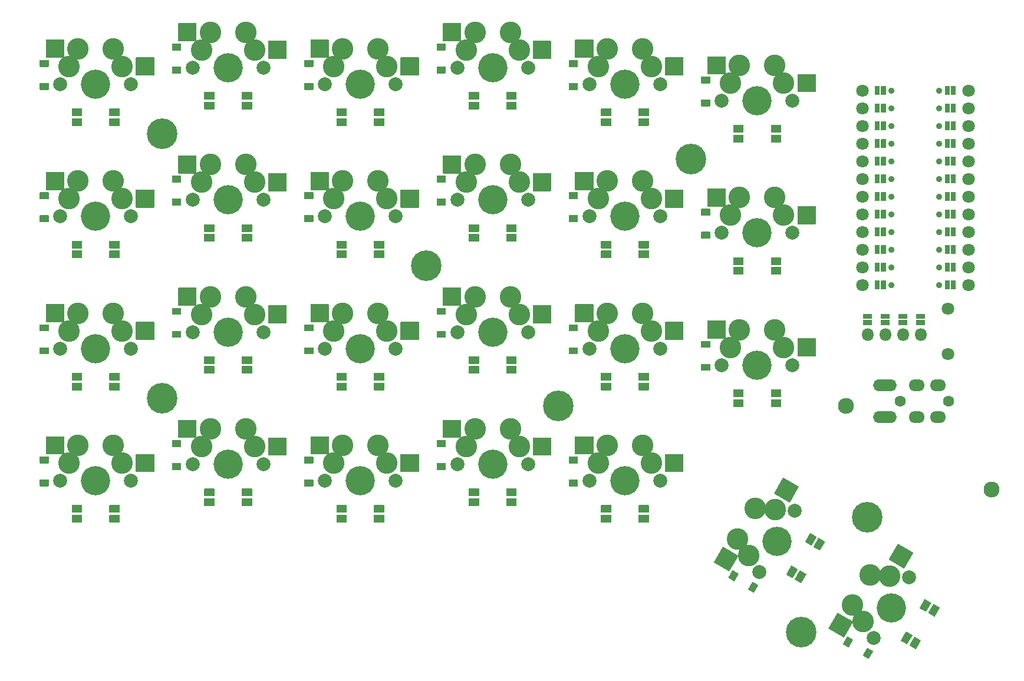
<source format=gts>
G04 #@! TF.GenerationSoftware,KiCad,Pcbnew,8.0.8+1*
G04 #@! TF.CreationDate,2025-06-17T16:01:52+00:00*
G04 #@! TF.ProjectId,eggada50_autorouted,65676761-6461-4353-905f-6175746f726f,0.2*
G04 #@! TF.SameCoordinates,Original*
G04 #@! TF.FileFunction,Soldermask,Top*
G04 #@! TF.FilePolarity,Negative*
%FSLAX46Y46*%
G04 Gerber Fmt 4.6, Leading zero omitted, Abs format (unit mm)*
G04 Created by KiCad (PCBNEW 8.0.8+1) date 2025-06-17 16:01:52*
%MOMM*%
%LPD*%
G01*
G04 APERTURE LIST*
%ADD10C,2.000000*%
%ADD11C,3.100000*%
%ADD12C,4.200000*%
%ADD13C,1.800000*%
%ADD14C,4.400000*%
%ADD15C,0.900000*%
%ADD16C,2.300000*%
%ADD17C,1.600000*%
%ADD18O,2.300000X1.700000*%
%ADD19O,3.400000X1.700000*%
%ADD20O,1.800000X1.800000*%
G04 APERTURE END LIST*
D10*
X189920000Y-64375000D03*
D11*
X192460000Y-59295000D03*
D12*
X195000000Y-64375000D03*
D11*
X198810000Y-61835000D03*
D10*
X200080000Y-64375000D03*
G36*
G01*
X200760000Y-63085000D02*
X200760000Y-60585000D01*
G75*
G02*
X200810000Y-60535000I50000J0D01*
G01*
X203360000Y-60535000D01*
G75*
G02*
X203410000Y-60585000I0J-50000D01*
G01*
X203410000Y-63085000D01*
G75*
G02*
X203360000Y-63135000I-50000J0D01*
G01*
X200810000Y-63135000D01*
G75*
G02*
X200760000Y-63085000I0J50000D01*
G01*
G37*
G36*
G01*
X187833000Y-60545000D02*
X187833000Y-58045000D01*
G75*
G02*
X187883000Y-57995000I50000J0D01*
G01*
X190433000Y-57995000D01*
G75*
G02*
X190483000Y-58045000I0J-50000D01*
G01*
X190483000Y-60545000D01*
G75*
G02*
X190433000Y-60595000I-50000J0D01*
G01*
X187883000Y-60595000D01*
G75*
G02*
X187833000Y-60545000I0J50000D01*
G01*
G37*
G36*
G01*
X112200000Y-60450000D02*
X111000000Y-60450000D01*
G75*
G02*
X110950000Y-60400000I0J50000D01*
G01*
X110950000Y-59500000D01*
G75*
G02*
X111000000Y-59450000I50000J0D01*
G01*
X112200000Y-59450000D01*
G75*
G02*
X112250000Y-59500000I0J-50000D01*
G01*
X112250000Y-60400000D01*
G75*
G02*
X112200000Y-60450000I-50000J0D01*
G01*
G37*
G36*
G01*
X112200000Y-57150000D02*
X111000000Y-57150000D01*
G75*
G02*
X110950000Y-57100000I0J50000D01*
G01*
X110950000Y-56200000D01*
G75*
G02*
X111000000Y-56150000I50000J0D01*
G01*
X112200000Y-56150000D01*
G75*
G02*
X112250000Y-56200000I0J-50000D01*
G01*
X112250000Y-57100000D01*
G75*
G02*
X112200000Y-57150000I-50000J0D01*
G01*
G37*
X170920000Y-81000000D03*
D11*
X173460000Y-75920000D03*
D12*
X176000000Y-81000000D03*
D11*
X179810000Y-78460000D03*
D10*
X181080000Y-81000000D03*
G36*
G01*
X181760000Y-79710000D02*
X181760000Y-77210000D01*
G75*
G02*
X181810000Y-77160000I50000J0D01*
G01*
X184360000Y-77160000D01*
G75*
G02*
X184410000Y-77210000I0J-50000D01*
G01*
X184410000Y-79710000D01*
G75*
G02*
X184360000Y-79760000I-50000J0D01*
G01*
X181810000Y-79760000D01*
G75*
G02*
X181760000Y-79710000I0J50000D01*
G01*
G37*
G36*
G01*
X168833000Y-77170000D02*
X168833000Y-74670000D01*
G75*
G02*
X168883000Y-74620000I50000J0D01*
G01*
X171433000Y-74620000D01*
G75*
G02*
X171483000Y-74670000I0J-50000D01*
G01*
X171483000Y-77170000D01*
G75*
G02*
X171433000Y-77220000I-50000J0D01*
G01*
X168883000Y-77220000D01*
G75*
G02*
X168833000Y-77170000I0J50000D01*
G01*
G37*
G36*
G01*
X112200000Y-98450000D02*
X111000000Y-98450000D01*
G75*
G02*
X110950000Y-98400000I0J50000D01*
G01*
X110950000Y-97500000D01*
G75*
G02*
X111000000Y-97450000I50000J0D01*
G01*
X112200000Y-97450000D01*
G75*
G02*
X112250000Y-97500000I0J-50000D01*
G01*
X112250000Y-98400000D01*
G75*
G02*
X112200000Y-98450000I-50000J0D01*
G01*
G37*
G36*
G01*
X112200000Y-95150000D02*
X111000000Y-95150000D01*
G75*
G02*
X110950000Y-95100000I0J50000D01*
G01*
X110950000Y-94200000D01*
G75*
G02*
X111000000Y-94150000I50000J0D01*
G01*
X112200000Y-94150000D01*
G75*
G02*
X112250000Y-94200000I0J-50000D01*
G01*
X112250000Y-95100000D01*
G75*
G02*
X112200000Y-95150000I-50000J0D01*
G01*
G37*
X94920000Y-62000000D03*
D11*
X97460000Y-56920000D03*
D12*
X100000000Y-62000000D03*
D11*
X103810000Y-59460000D03*
D10*
X105080000Y-62000000D03*
G36*
G01*
X105760000Y-60710000D02*
X105760000Y-58210000D01*
G75*
G02*
X105810000Y-58160000I50000J0D01*
G01*
X108360000Y-58160000D01*
G75*
G02*
X108410000Y-58210000I0J-50000D01*
G01*
X108410000Y-60710000D01*
G75*
G02*
X108360000Y-60760000I-50000J0D01*
G01*
X105810000Y-60760000D01*
G75*
G02*
X105760000Y-60710000I0J50000D01*
G01*
G37*
G36*
G01*
X92833000Y-58170000D02*
X92833000Y-55670000D01*
G75*
G02*
X92883000Y-55620000I50000J0D01*
G01*
X95433000Y-55620000D01*
G75*
G02*
X95483000Y-55670000I0J-50000D01*
G01*
X95483000Y-58170000D01*
G75*
G02*
X95433000Y-58220000I-50000J0D01*
G01*
X92883000Y-58220000D01*
G75*
G02*
X92833000Y-58170000I0J50000D01*
G01*
G37*
X211764500Y-122639409D03*
D11*
X208635091Y-117899705D03*
D12*
X214304500Y-118240000D03*
D11*
X214009795Y-113670443D03*
D10*
X216844500Y-113840591D03*
G36*
G01*
X216067327Y-112606693D02*
X213902263Y-111356693D01*
G75*
G02*
X213883962Y-111288392I25000J43301D01*
G01*
X215158962Y-109080028D01*
G75*
G02*
X215227263Y-109061727I43301J-25000D01*
G01*
X217392327Y-110311727D01*
G75*
G02*
X217410628Y-110380028I-25000J-43301D01*
G01*
X216135628Y-112588392D01*
G75*
G02*
X216067327Y-112606693I-43301J25000D01*
G01*
G37*
G36*
G01*
X207404123Y-122531803D02*
X205239059Y-121281803D01*
G75*
G02*
X205220758Y-121213502I25000J43301D01*
G01*
X206495758Y-119005138D01*
G75*
G02*
X206564059Y-118986837I43301J-25000D01*
G01*
X208729123Y-120236837D01*
G75*
G02*
X208747424Y-120305138I-25000J-43301D01*
G01*
X207472424Y-122513502D01*
G75*
G02*
X207404123Y-122531803I-43301J25000D01*
G01*
G37*
G36*
G01*
X169200000Y-100825000D02*
X168000000Y-100825000D01*
G75*
G02*
X167950000Y-100775000I0J50000D01*
G01*
X167950000Y-99875000D01*
G75*
G02*
X168000000Y-99825000I50000J0D01*
G01*
X169200000Y-99825000D01*
G75*
G02*
X169250000Y-99875000I0J-50000D01*
G01*
X169250000Y-100775000D01*
G75*
G02*
X169200000Y-100825000I-50000J0D01*
G01*
G37*
G36*
G01*
X169200000Y-97525000D02*
X168000000Y-97525000D01*
G75*
G02*
X167950000Y-97475000I0J50000D01*
G01*
X167950000Y-96575000D01*
G75*
G02*
X168000000Y-96525000I50000J0D01*
G01*
X169200000Y-96525000D01*
G75*
G02*
X169250000Y-96575000I0J-50000D01*
G01*
X169250000Y-97475000D01*
G75*
G02*
X169200000Y-97525000I-50000J0D01*
G01*
G37*
X94920000Y-43000000D03*
D11*
X97460000Y-37920000D03*
D12*
X100000000Y-43000000D03*
D11*
X103810000Y-40460000D03*
D10*
X105080000Y-43000000D03*
G36*
G01*
X105760000Y-41710000D02*
X105760000Y-39210000D01*
G75*
G02*
X105810000Y-39160000I50000J0D01*
G01*
X108360000Y-39160000D01*
G75*
G02*
X108410000Y-39210000I0J-50000D01*
G01*
X108410000Y-41710000D01*
G75*
G02*
X108360000Y-41760000I-50000J0D01*
G01*
X105810000Y-41760000D01*
G75*
G02*
X105760000Y-41710000I0J50000D01*
G01*
G37*
G36*
G01*
X92833000Y-39170000D02*
X92833000Y-36670000D01*
G75*
G02*
X92883000Y-36620000I50000J0D01*
G01*
X95433000Y-36620000D01*
G75*
G02*
X95483000Y-36670000I0J-50000D01*
G01*
X95483000Y-39170000D01*
G75*
G02*
X95433000Y-39220000I-50000J0D01*
G01*
X92883000Y-39220000D01*
G75*
G02*
X92833000Y-39170000I0J50000D01*
G01*
G37*
D13*
X222350000Y-75251000D03*
X222350000Y-81751000D03*
D10*
X189920000Y-83375000D03*
D11*
X192460000Y-78295000D03*
D12*
X195000000Y-83375000D03*
D11*
X198810000Y-80835000D03*
D10*
X200080000Y-83375000D03*
G36*
G01*
X200760000Y-82085000D02*
X200760000Y-79585000D01*
G75*
G02*
X200810000Y-79535000I50000J0D01*
G01*
X203360000Y-79535000D01*
G75*
G02*
X203410000Y-79585000I0J-50000D01*
G01*
X203410000Y-82085000D01*
G75*
G02*
X203360000Y-82135000I-50000J0D01*
G01*
X200810000Y-82135000D01*
G75*
G02*
X200760000Y-82085000I0J50000D01*
G01*
G37*
G36*
G01*
X187833000Y-79545000D02*
X187833000Y-77045000D01*
G75*
G02*
X187883000Y-76995000I50000J0D01*
G01*
X190433000Y-76995000D01*
G75*
G02*
X190483000Y-77045000I0J-50000D01*
G01*
X190483000Y-79545000D01*
G75*
G02*
X190433000Y-79595000I-50000J0D01*
G01*
X187883000Y-79595000D01*
G75*
G02*
X187833000Y-79545000I0J50000D01*
G01*
G37*
G36*
G01*
X112200000Y-41450000D02*
X111000000Y-41450000D01*
G75*
G02*
X110950000Y-41400000I0J50000D01*
G01*
X110950000Y-40500000D01*
G75*
G02*
X111000000Y-40450000I50000J0D01*
G01*
X112200000Y-40450000D01*
G75*
G02*
X112250000Y-40500000I0J-50000D01*
G01*
X112250000Y-41400000D01*
G75*
G02*
X112200000Y-41450000I-50000J0D01*
G01*
G37*
G36*
G01*
X112200000Y-38150000D02*
X111000000Y-38150000D01*
G75*
G02*
X110950000Y-38100000I0J50000D01*
G01*
X110950000Y-37200000D01*
G75*
G02*
X111000000Y-37150000I50000J0D01*
G01*
X112200000Y-37150000D01*
G75*
G02*
X112250000Y-37200000I0J-50000D01*
G01*
X112250000Y-38100000D01*
G75*
G02*
X112200000Y-38150000I-50000J0D01*
G01*
G37*
D14*
X147500000Y-69125000D03*
G36*
G01*
X93200000Y-100825000D02*
X92000000Y-100825000D01*
G75*
G02*
X91950000Y-100775000I0J50000D01*
G01*
X91950000Y-99875000D01*
G75*
G02*
X92000000Y-99825000I50000J0D01*
G01*
X93200000Y-99825000D01*
G75*
G02*
X93250000Y-99875000I0J-50000D01*
G01*
X93250000Y-100775000D01*
G75*
G02*
X93200000Y-100825000I-50000J0D01*
G01*
G37*
G36*
G01*
X93200000Y-97525000D02*
X92000000Y-97525000D01*
G75*
G02*
X91950000Y-97475000I0J50000D01*
G01*
X91950000Y-96575000D01*
G75*
G02*
X92000000Y-96525000I50000J0D01*
G01*
X93200000Y-96525000D01*
G75*
G02*
X93250000Y-96575000I0J-50000D01*
G01*
X93250000Y-97475000D01*
G75*
G02*
X93200000Y-97525000I-50000J0D01*
G01*
G37*
G36*
G01*
X188200000Y-46200000D02*
X187000000Y-46200000D01*
G75*
G02*
X186950000Y-46150000I0J50000D01*
G01*
X186950000Y-45250000D01*
G75*
G02*
X187000000Y-45200000I50000J0D01*
G01*
X188200000Y-45200000D01*
G75*
G02*
X188250000Y-45250000I0J-50000D01*
G01*
X188250000Y-46150000D01*
G75*
G02*
X188200000Y-46200000I-50000J0D01*
G01*
G37*
G36*
G01*
X188200000Y-42900000D02*
X187000000Y-42900000D01*
G75*
G02*
X186950000Y-42850000I0J50000D01*
G01*
X186950000Y-41950000D01*
G75*
G02*
X187000000Y-41900000I50000J0D01*
G01*
X188200000Y-41900000D01*
G75*
G02*
X188250000Y-41950000I0J-50000D01*
G01*
X188250000Y-42850000D01*
G75*
G02*
X188200000Y-42900000I-50000J0D01*
G01*
G37*
G36*
G01*
X222834000Y-44520000D02*
X222834000Y-43320000D01*
G75*
G02*
X222884000Y-43270000I50000J0D01*
G01*
X223484000Y-43270000D01*
G75*
G02*
X223534000Y-43320000I0J-50000D01*
G01*
X223534000Y-44520000D01*
G75*
G02*
X223484000Y-44570000I-50000J0D01*
G01*
X222884000Y-44570000D01*
G75*
G02*
X222834000Y-44520000I0J50000D01*
G01*
G37*
D13*
X225324000Y-43920000D03*
G36*
G01*
X222834000Y-47060000D02*
X222834000Y-45860000D01*
G75*
G02*
X222884000Y-45810000I50000J0D01*
G01*
X223484000Y-45810000D01*
G75*
G02*
X223534000Y-45860000I0J-50000D01*
G01*
X223534000Y-47060000D01*
G75*
G02*
X223484000Y-47110000I-50000J0D01*
G01*
X222884000Y-47110000D01*
G75*
G02*
X222834000Y-47060000I0J50000D01*
G01*
G37*
X225324000Y-46460000D03*
G36*
G01*
X222834000Y-49600000D02*
X222834000Y-48400000D01*
G75*
G02*
X222884000Y-48350000I50000J0D01*
G01*
X223484000Y-48350000D01*
G75*
G02*
X223534000Y-48400000I0J-50000D01*
G01*
X223534000Y-49600000D01*
G75*
G02*
X223484000Y-49650000I-50000J0D01*
G01*
X222884000Y-49650000D01*
G75*
G02*
X222834000Y-49600000I0J50000D01*
G01*
G37*
X225324000Y-49000000D03*
G36*
G01*
X222834000Y-52140000D02*
X222834000Y-50940000D01*
G75*
G02*
X222884000Y-50890000I50000J0D01*
G01*
X223484000Y-50890000D01*
G75*
G02*
X223534000Y-50940000I0J-50000D01*
G01*
X223534000Y-52140000D01*
G75*
G02*
X223484000Y-52190000I-50000J0D01*
G01*
X222884000Y-52190000D01*
G75*
G02*
X222834000Y-52140000I0J50000D01*
G01*
G37*
X225324000Y-51540000D03*
G36*
G01*
X222834000Y-54680000D02*
X222834000Y-53480000D01*
G75*
G02*
X222884000Y-53430000I50000J0D01*
G01*
X223484000Y-53430000D01*
G75*
G02*
X223534000Y-53480000I0J-50000D01*
G01*
X223534000Y-54680000D01*
G75*
G02*
X223484000Y-54730000I-50000J0D01*
G01*
X222884000Y-54730000D01*
G75*
G02*
X222834000Y-54680000I0J50000D01*
G01*
G37*
X225324000Y-54080000D03*
G36*
G01*
X222834000Y-57220000D02*
X222834000Y-56020000D01*
G75*
G02*
X222884000Y-55970000I50000J0D01*
G01*
X223484000Y-55970000D01*
G75*
G02*
X223534000Y-56020000I0J-50000D01*
G01*
X223534000Y-57220000D01*
G75*
G02*
X223484000Y-57270000I-50000J0D01*
G01*
X222884000Y-57270000D01*
G75*
G02*
X222834000Y-57220000I0J50000D01*
G01*
G37*
X225324000Y-56620000D03*
G36*
G01*
X222834000Y-59760000D02*
X222834000Y-58560000D01*
G75*
G02*
X222884000Y-58510000I50000J0D01*
G01*
X223484000Y-58510000D01*
G75*
G02*
X223534000Y-58560000I0J-50000D01*
G01*
X223534000Y-59760000D01*
G75*
G02*
X223484000Y-59810000I-50000J0D01*
G01*
X222884000Y-59810000D01*
G75*
G02*
X222834000Y-59760000I0J50000D01*
G01*
G37*
X225324000Y-59160000D03*
G36*
G01*
X222834000Y-62300000D02*
X222834000Y-61100000D01*
G75*
G02*
X222884000Y-61050000I50000J0D01*
G01*
X223484000Y-61050000D01*
G75*
G02*
X223534000Y-61100000I0J-50000D01*
G01*
X223534000Y-62300000D01*
G75*
G02*
X223484000Y-62350000I-50000J0D01*
G01*
X222884000Y-62350000D01*
G75*
G02*
X222834000Y-62300000I0J50000D01*
G01*
G37*
X225324000Y-61700000D03*
G36*
G01*
X222834000Y-64840000D02*
X222834000Y-63640000D01*
G75*
G02*
X222884000Y-63590000I50000J0D01*
G01*
X223484000Y-63590000D01*
G75*
G02*
X223534000Y-63640000I0J-50000D01*
G01*
X223534000Y-64840000D01*
G75*
G02*
X223484000Y-64890000I-50000J0D01*
G01*
X222884000Y-64890000D01*
G75*
G02*
X222834000Y-64840000I0J50000D01*
G01*
G37*
X225324000Y-64240000D03*
G36*
G01*
X222834000Y-67380000D02*
X222834000Y-66180000D01*
G75*
G02*
X222884000Y-66130000I50000J0D01*
G01*
X223484000Y-66130000D01*
G75*
G02*
X223534000Y-66180000I0J-50000D01*
G01*
X223534000Y-67380000D01*
G75*
G02*
X223484000Y-67430000I-50000J0D01*
G01*
X222884000Y-67430000D01*
G75*
G02*
X222834000Y-67380000I0J50000D01*
G01*
G37*
X225324000Y-66780000D03*
G36*
G01*
X222834000Y-69920000D02*
X222834000Y-68720000D01*
G75*
G02*
X222884000Y-68670000I50000J0D01*
G01*
X223484000Y-68670000D01*
G75*
G02*
X223534000Y-68720000I0J-50000D01*
G01*
X223534000Y-69920000D01*
G75*
G02*
X223484000Y-69970000I-50000J0D01*
G01*
X222884000Y-69970000D01*
G75*
G02*
X222834000Y-69920000I0J50000D01*
G01*
G37*
X225324000Y-69320000D03*
G36*
G01*
X222834000Y-72460000D02*
X222834000Y-71260000D01*
G75*
G02*
X222884000Y-71210000I50000J0D01*
G01*
X223484000Y-71210000D01*
G75*
G02*
X223534000Y-71260000I0J-50000D01*
G01*
X223534000Y-72460000D01*
G75*
G02*
X223484000Y-72510000I-50000J0D01*
G01*
X222884000Y-72510000D01*
G75*
G02*
X222834000Y-72460000I0J50000D01*
G01*
G37*
X225324000Y-71860000D03*
X210084000Y-71860000D03*
G36*
G01*
X211874000Y-72460000D02*
X211874000Y-71260000D01*
G75*
G02*
X211924000Y-71210000I50000J0D01*
G01*
X212524000Y-71210000D01*
G75*
G02*
X212574000Y-71260000I0J-50000D01*
G01*
X212574000Y-72460000D01*
G75*
G02*
X212524000Y-72510000I-50000J0D01*
G01*
X211924000Y-72510000D01*
G75*
G02*
X211874000Y-72460000I0J50000D01*
G01*
G37*
X210084000Y-69320000D03*
G36*
G01*
X211874000Y-69920000D02*
X211874000Y-68720000D01*
G75*
G02*
X211924000Y-68670000I50000J0D01*
G01*
X212524000Y-68670000D01*
G75*
G02*
X212574000Y-68720000I0J-50000D01*
G01*
X212574000Y-69920000D01*
G75*
G02*
X212524000Y-69970000I-50000J0D01*
G01*
X211924000Y-69970000D01*
G75*
G02*
X211874000Y-69920000I0J50000D01*
G01*
G37*
X210084000Y-66780000D03*
G36*
G01*
X211874000Y-67380000D02*
X211874000Y-66180000D01*
G75*
G02*
X211924000Y-66130000I50000J0D01*
G01*
X212524000Y-66130000D01*
G75*
G02*
X212574000Y-66180000I0J-50000D01*
G01*
X212574000Y-67380000D01*
G75*
G02*
X212524000Y-67430000I-50000J0D01*
G01*
X211924000Y-67430000D01*
G75*
G02*
X211874000Y-67380000I0J50000D01*
G01*
G37*
X210084000Y-64240000D03*
G36*
G01*
X211874000Y-64840000D02*
X211874000Y-63640000D01*
G75*
G02*
X211924000Y-63590000I50000J0D01*
G01*
X212524000Y-63590000D01*
G75*
G02*
X212574000Y-63640000I0J-50000D01*
G01*
X212574000Y-64840000D01*
G75*
G02*
X212524000Y-64890000I-50000J0D01*
G01*
X211924000Y-64890000D01*
G75*
G02*
X211874000Y-64840000I0J50000D01*
G01*
G37*
X210084000Y-61700000D03*
G36*
G01*
X211874000Y-62300000D02*
X211874000Y-61100000D01*
G75*
G02*
X211924000Y-61050000I50000J0D01*
G01*
X212524000Y-61050000D01*
G75*
G02*
X212574000Y-61100000I0J-50000D01*
G01*
X212574000Y-62300000D01*
G75*
G02*
X212524000Y-62350000I-50000J0D01*
G01*
X211924000Y-62350000D01*
G75*
G02*
X211874000Y-62300000I0J50000D01*
G01*
G37*
X210084000Y-59160000D03*
G36*
G01*
X211874000Y-59760000D02*
X211874000Y-58560000D01*
G75*
G02*
X211924000Y-58510000I50000J0D01*
G01*
X212524000Y-58510000D01*
G75*
G02*
X212574000Y-58560000I0J-50000D01*
G01*
X212574000Y-59760000D01*
G75*
G02*
X212524000Y-59810000I-50000J0D01*
G01*
X211924000Y-59810000D01*
G75*
G02*
X211874000Y-59760000I0J50000D01*
G01*
G37*
X210084000Y-56620000D03*
G36*
G01*
X211874000Y-57220000D02*
X211874000Y-56020000D01*
G75*
G02*
X211924000Y-55970000I50000J0D01*
G01*
X212524000Y-55970000D01*
G75*
G02*
X212574000Y-56020000I0J-50000D01*
G01*
X212574000Y-57220000D01*
G75*
G02*
X212524000Y-57270000I-50000J0D01*
G01*
X211924000Y-57270000D01*
G75*
G02*
X211874000Y-57220000I0J50000D01*
G01*
G37*
X210084000Y-54080000D03*
G36*
G01*
X211874000Y-54680000D02*
X211874000Y-53480000D01*
G75*
G02*
X211924000Y-53430000I50000J0D01*
G01*
X212524000Y-53430000D01*
G75*
G02*
X212574000Y-53480000I0J-50000D01*
G01*
X212574000Y-54680000D01*
G75*
G02*
X212524000Y-54730000I-50000J0D01*
G01*
X211924000Y-54730000D01*
G75*
G02*
X211874000Y-54680000I0J50000D01*
G01*
G37*
X210084000Y-51540000D03*
G36*
G01*
X211874000Y-52140000D02*
X211874000Y-50940000D01*
G75*
G02*
X211924000Y-50890000I50000J0D01*
G01*
X212524000Y-50890000D01*
G75*
G02*
X212574000Y-50940000I0J-50000D01*
G01*
X212574000Y-52140000D01*
G75*
G02*
X212524000Y-52190000I-50000J0D01*
G01*
X211924000Y-52190000D01*
G75*
G02*
X211874000Y-52140000I0J50000D01*
G01*
G37*
X210084000Y-49000000D03*
G36*
G01*
X211874000Y-49600000D02*
X211874000Y-48400000D01*
G75*
G02*
X211924000Y-48350000I50000J0D01*
G01*
X212524000Y-48350000D01*
G75*
G02*
X212574000Y-48400000I0J-50000D01*
G01*
X212574000Y-49600000D01*
G75*
G02*
X212524000Y-49650000I-50000J0D01*
G01*
X211924000Y-49650000D01*
G75*
G02*
X211874000Y-49600000I0J50000D01*
G01*
G37*
X210084000Y-46460000D03*
G36*
G01*
X211874000Y-47060000D02*
X211874000Y-45860000D01*
G75*
G02*
X211924000Y-45810000I50000J0D01*
G01*
X212524000Y-45810000D01*
G75*
G02*
X212574000Y-45860000I0J-50000D01*
G01*
X212574000Y-47060000D01*
G75*
G02*
X212524000Y-47110000I-50000J0D01*
G01*
X211924000Y-47110000D01*
G75*
G02*
X211874000Y-47060000I0J50000D01*
G01*
G37*
X210084000Y-43920000D03*
G36*
G01*
X211874000Y-44520000D02*
X211874000Y-43320000D01*
G75*
G02*
X211924000Y-43270000I50000J0D01*
G01*
X212524000Y-43270000D01*
G75*
G02*
X212574000Y-43320000I0J-50000D01*
G01*
X212574000Y-44520000D01*
G75*
G02*
X212524000Y-44570000I-50000J0D01*
G01*
X211924000Y-44570000D01*
G75*
G02*
X211874000Y-44520000I0J50000D01*
G01*
G37*
D15*
X221104000Y-43920000D03*
G36*
G01*
X221934000Y-44520000D02*
X221934000Y-43320000D01*
G75*
G02*
X221984000Y-43270000I50000J0D01*
G01*
X222584000Y-43270000D01*
G75*
G02*
X222634000Y-43320000I0J-50000D01*
G01*
X222634000Y-44520000D01*
G75*
G02*
X222584000Y-44570000I-50000J0D01*
G01*
X221984000Y-44570000D01*
G75*
G02*
X221934000Y-44520000I0J50000D01*
G01*
G37*
X221104000Y-46460000D03*
G36*
G01*
X221934000Y-47060000D02*
X221934000Y-45860000D01*
G75*
G02*
X221984000Y-45810000I50000J0D01*
G01*
X222584000Y-45810000D01*
G75*
G02*
X222634000Y-45860000I0J-50000D01*
G01*
X222634000Y-47060000D01*
G75*
G02*
X222584000Y-47110000I-50000J0D01*
G01*
X221984000Y-47110000D01*
G75*
G02*
X221934000Y-47060000I0J50000D01*
G01*
G37*
X221104000Y-49000000D03*
G36*
G01*
X221934000Y-49600000D02*
X221934000Y-48400000D01*
G75*
G02*
X221984000Y-48350000I50000J0D01*
G01*
X222584000Y-48350000D01*
G75*
G02*
X222634000Y-48400000I0J-50000D01*
G01*
X222634000Y-49600000D01*
G75*
G02*
X222584000Y-49650000I-50000J0D01*
G01*
X221984000Y-49650000D01*
G75*
G02*
X221934000Y-49600000I0J50000D01*
G01*
G37*
X221104000Y-51540000D03*
G36*
G01*
X221934000Y-52140000D02*
X221934000Y-50940000D01*
G75*
G02*
X221984000Y-50890000I50000J0D01*
G01*
X222584000Y-50890000D01*
G75*
G02*
X222634000Y-50940000I0J-50000D01*
G01*
X222634000Y-52140000D01*
G75*
G02*
X222584000Y-52190000I-50000J0D01*
G01*
X221984000Y-52190000D01*
G75*
G02*
X221934000Y-52140000I0J50000D01*
G01*
G37*
X221104000Y-54080000D03*
G36*
G01*
X221934000Y-54680000D02*
X221934000Y-53480000D01*
G75*
G02*
X221984000Y-53430000I50000J0D01*
G01*
X222584000Y-53430000D01*
G75*
G02*
X222634000Y-53480000I0J-50000D01*
G01*
X222634000Y-54680000D01*
G75*
G02*
X222584000Y-54730000I-50000J0D01*
G01*
X221984000Y-54730000D01*
G75*
G02*
X221934000Y-54680000I0J50000D01*
G01*
G37*
X221104000Y-56620000D03*
G36*
G01*
X221934000Y-57220000D02*
X221934000Y-56020000D01*
G75*
G02*
X221984000Y-55970000I50000J0D01*
G01*
X222584000Y-55970000D01*
G75*
G02*
X222634000Y-56020000I0J-50000D01*
G01*
X222634000Y-57220000D01*
G75*
G02*
X222584000Y-57270000I-50000J0D01*
G01*
X221984000Y-57270000D01*
G75*
G02*
X221934000Y-57220000I0J50000D01*
G01*
G37*
X221104000Y-59160000D03*
G36*
G01*
X221934000Y-59760000D02*
X221934000Y-58560000D01*
G75*
G02*
X221984000Y-58510000I50000J0D01*
G01*
X222584000Y-58510000D01*
G75*
G02*
X222634000Y-58560000I0J-50000D01*
G01*
X222634000Y-59760000D01*
G75*
G02*
X222584000Y-59810000I-50000J0D01*
G01*
X221984000Y-59810000D01*
G75*
G02*
X221934000Y-59760000I0J50000D01*
G01*
G37*
X221104000Y-61700000D03*
G36*
G01*
X221934000Y-62300000D02*
X221934000Y-61100000D01*
G75*
G02*
X221984000Y-61050000I50000J0D01*
G01*
X222584000Y-61050000D01*
G75*
G02*
X222634000Y-61100000I0J-50000D01*
G01*
X222634000Y-62300000D01*
G75*
G02*
X222584000Y-62350000I-50000J0D01*
G01*
X221984000Y-62350000D01*
G75*
G02*
X221934000Y-62300000I0J50000D01*
G01*
G37*
X221104000Y-64240000D03*
G36*
G01*
X221934000Y-64840000D02*
X221934000Y-63640000D01*
G75*
G02*
X221984000Y-63590000I50000J0D01*
G01*
X222584000Y-63590000D01*
G75*
G02*
X222634000Y-63640000I0J-50000D01*
G01*
X222634000Y-64840000D01*
G75*
G02*
X222584000Y-64890000I-50000J0D01*
G01*
X221984000Y-64890000D01*
G75*
G02*
X221934000Y-64840000I0J50000D01*
G01*
G37*
X221104000Y-66780000D03*
G36*
G01*
X221934000Y-67380000D02*
X221934000Y-66180000D01*
G75*
G02*
X221984000Y-66130000I50000J0D01*
G01*
X222584000Y-66130000D01*
G75*
G02*
X222634000Y-66180000I0J-50000D01*
G01*
X222634000Y-67380000D01*
G75*
G02*
X222584000Y-67430000I-50000J0D01*
G01*
X221984000Y-67430000D01*
G75*
G02*
X221934000Y-67380000I0J50000D01*
G01*
G37*
X221104000Y-69320000D03*
G36*
G01*
X221934000Y-69920000D02*
X221934000Y-68720000D01*
G75*
G02*
X221984000Y-68670000I50000J0D01*
G01*
X222584000Y-68670000D01*
G75*
G02*
X222634000Y-68720000I0J-50000D01*
G01*
X222634000Y-69920000D01*
G75*
G02*
X222584000Y-69970000I-50000J0D01*
G01*
X221984000Y-69970000D01*
G75*
G02*
X221934000Y-69920000I0J50000D01*
G01*
G37*
X221104000Y-71860000D03*
G36*
G01*
X221934000Y-72460000D02*
X221934000Y-71260000D01*
G75*
G02*
X221984000Y-71210000I50000J0D01*
G01*
X222584000Y-71210000D01*
G75*
G02*
X222634000Y-71260000I0J-50000D01*
G01*
X222634000Y-72460000D01*
G75*
G02*
X222584000Y-72510000I-50000J0D01*
G01*
X221984000Y-72510000D01*
G75*
G02*
X221934000Y-72460000I0J50000D01*
G01*
G37*
G36*
G01*
X212774000Y-72460000D02*
X212774000Y-71260000D01*
G75*
G02*
X212824000Y-71210000I50000J0D01*
G01*
X213424000Y-71210000D01*
G75*
G02*
X213474000Y-71260000I0J-50000D01*
G01*
X213474000Y-72460000D01*
G75*
G02*
X213424000Y-72510000I-50000J0D01*
G01*
X212824000Y-72510000D01*
G75*
G02*
X212774000Y-72460000I0J50000D01*
G01*
G37*
X214304000Y-71860000D03*
G36*
G01*
X212774000Y-69920000D02*
X212774000Y-68720000D01*
G75*
G02*
X212824000Y-68670000I50000J0D01*
G01*
X213424000Y-68670000D01*
G75*
G02*
X213474000Y-68720000I0J-50000D01*
G01*
X213474000Y-69920000D01*
G75*
G02*
X213424000Y-69970000I-50000J0D01*
G01*
X212824000Y-69970000D01*
G75*
G02*
X212774000Y-69920000I0J50000D01*
G01*
G37*
X214304000Y-69320000D03*
G36*
G01*
X212774000Y-67380000D02*
X212774000Y-66180000D01*
G75*
G02*
X212824000Y-66130000I50000J0D01*
G01*
X213424000Y-66130000D01*
G75*
G02*
X213474000Y-66180000I0J-50000D01*
G01*
X213474000Y-67380000D01*
G75*
G02*
X213424000Y-67430000I-50000J0D01*
G01*
X212824000Y-67430000D01*
G75*
G02*
X212774000Y-67380000I0J50000D01*
G01*
G37*
X214304000Y-66780000D03*
G36*
G01*
X212774000Y-64840000D02*
X212774000Y-63640000D01*
G75*
G02*
X212824000Y-63590000I50000J0D01*
G01*
X213424000Y-63590000D01*
G75*
G02*
X213474000Y-63640000I0J-50000D01*
G01*
X213474000Y-64840000D01*
G75*
G02*
X213424000Y-64890000I-50000J0D01*
G01*
X212824000Y-64890000D01*
G75*
G02*
X212774000Y-64840000I0J50000D01*
G01*
G37*
X214304000Y-64240000D03*
G36*
G01*
X212774000Y-62300000D02*
X212774000Y-61100000D01*
G75*
G02*
X212824000Y-61050000I50000J0D01*
G01*
X213424000Y-61050000D01*
G75*
G02*
X213474000Y-61100000I0J-50000D01*
G01*
X213474000Y-62300000D01*
G75*
G02*
X213424000Y-62350000I-50000J0D01*
G01*
X212824000Y-62350000D01*
G75*
G02*
X212774000Y-62300000I0J50000D01*
G01*
G37*
X214304000Y-61700000D03*
G36*
G01*
X212774000Y-59760000D02*
X212774000Y-58560000D01*
G75*
G02*
X212824000Y-58510000I50000J0D01*
G01*
X213424000Y-58510000D01*
G75*
G02*
X213474000Y-58560000I0J-50000D01*
G01*
X213474000Y-59760000D01*
G75*
G02*
X213424000Y-59810000I-50000J0D01*
G01*
X212824000Y-59810000D01*
G75*
G02*
X212774000Y-59760000I0J50000D01*
G01*
G37*
X214304000Y-59160000D03*
G36*
G01*
X212774000Y-57220000D02*
X212774000Y-56020000D01*
G75*
G02*
X212824000Y-55970000I50000J0D01*
G01*
X213424000Y-55970000D01*
G75*
G02*
X213474000Y-56020000I0J-50000D01*
G01*
X213474000Y-57220000D01*
G75*
G02*
X213424000Y-57270000I-50000J0D01*
G01*
X212824000Y-57270000D01*
G75*
G02*
X212774000Y-57220000I0J50000D01*
G01*
G37*
X214304000Y-56620000D03*
G36*
G01*
X212774000Y-54680000D02*
X212774000Y-53480000D01*
G75*
G02*
X212824000Y-53430000I50000J0D01*
G01*
X213424000Y-53430000D01*
G75*
G02*
X213474000Y-53480000I0J-50000D01*
G01*
X213474000Y-54680000D01*
G75*
G02*
X213424000Y-54730000I-50000J0D01*
G01*
X212824000Y-54730000D01*
G75*
G02*
X212774000Y-54680000I0J50000D01*
G01*
G37*
X214304000Y-54080000D03*
G36*
G01*
X212774000Y-52140000D02*
X212774000Y-50940000D01*
G75*
G02*
X212824000Y-50890000I50000J0D01*
G01*
X213424000Y-50890000D01*
G75*
G02*
X213474000Y-50940000I0J-50000D01*
G01*
X213474000Y-52140000D01*
G75*
G02*
X213424000Y-52190000I-50000J0D01*
G01*
X212824000Y-52190000D01*
G75*
G02*
X212774000Y-52140000I0J50000D01*
G01*
G37*
X214304000Y-51540000D03*
G36*
G01*
X212774000Y-49600000D02*
X212774000Y-48400000D01*
G75*
G02*
X212824000Y-48350000I50000J0D01*
G01*
X213424000Y-48350000D01*
G75*
G02*
X213474000Y-48400000I0J-50000D01*
G01*
X213474000Y-49600000D01*
G75*
G02*
X213424000Y-49650000I-50000J0D01*
G01*
X212824000Y-49650000D01*
G75*
G02*
X212774000Y-49600000I0J50000D01*
G01*
G37*
X214304000Y-49000000D03*
G36*
G01*
X212774000Y-47060000D02*
X212774000Y-45860000D01*
G75*
G02*
X212824000Y-45810000I50000J0D01*
G01*
X213424000Y-45810000D01*
G75*
G02*
X213474000Y-45860000I0J-50000D01*
G01*
X213474000Y-47060000D01*
G75*
G02*
X213424000Y-47110000I-50000J0D01*
G01*
X212824000Y-47110000D01*
G75*
G02*
X212774000Y-47060000I0J50000D01*
G01*
G37*
X214304000Y-46460000D03*
G36*
G01*
X212774000Y-44520000D02*
X212774000Y-43320000D01*
G75*
G02*
X212824000Y-43270000I50000J0D01*
G01*
X213424000Y-43270000D01*
G75*
G02*
X213474000Y-43320000I0J-50000D01*
G01*
X213474000Y-44520000D01*
G75*
G02*
X213424000Y-44570000I-50000J0D01*
G01*
X212824000Y-44570000D01*
G75*
G02*
X212774000Y-44520000I0J50000D01*
G01*
G37*
X214304000Y-43920000D03*
G36*
G01*
X169200000Y-62825000D02*
X168000000Y-62825000D01*
G75*
G02*
X167950000Y-62775000I0J50000D01*
G01*
X167950000Y-61875000D01*
G75*
G02*
X168000000Y-61825000I50000J0D01*
G01*
X169200000Y-61825000D01*
G75*
G02*
X169250000Y-61875000I0J-50000D01*
G01*
X169250000Y-62775000D01*
G75*
G02*
X169200000Y-62825000I-50000J0D01*
G01*
G37*
G36*
G01*
X169200000Y-59525000D02*
X168000000Y-59525000D01*
G75*
G02*
X167950000Y-59475000I0J50000D01*
G01*
X167950000Y-58575000D01*
G75*
G02*
X168000000Y-58525000I50000J0D01*
G01*
X169200000Y-58525000D01*
G75*
G02*
X169250000Y-58575000I0J-50000D01*
G01*
X169250000Y-59475000D01*
G75*
G02*
X169200000Y-59525000I-50000J0D01*
G01*
G37*
D14*
X166468000Y-89261000D03*
G36*
G01*
X169200000Y-43825000D02*
X168000000Y-43825000D01*
G75*
G02*
X167950000Y-43775000I0J50000D01*
G01*
X167950000Y-42875000D01*
G75*
G02*
X168000000Y-42825000I50000J0D01*
G01*
X169200000Y-42825000D01*
G75*
G02*
X169250000Y-42875000I0J-50000D01*
G01*
X169250000Y-43775000D01*
G75*
G02*
X169200000Y-43825000I-50000J0D01*
G01*
G37*
G36*
G01*
X169200000Y-40525000D02*
X168000000Y-40525000D01*
G75*
G02*
X167950000Y-40475000I0J50000D01*
G01*
X167950000Y-39575000D01*
G75*
G02*
X168000000Y-39525000I50000J0D01*
G01*
X169200000Y-39525000D01*
G75*
G02*
X169250000Y-39575000I0J-50000D01*
G01*
X169250000Y-40475000D01*
G75*
G02*
X169200000Y-40525000I-50000J0D01*
G01*
G37*
D10*
X132920000Y-62000000D03*
D11*
X135460000Y-56920000D03*
D12*
X138000000Y-62000000D03*
D11*
X141810000Y-59460000D03*
D10*
X143080000Y-62000000D03*
G36*
G01*
X143760000Y-60710000D02*
X143760000Y-58210000D01*
G75*
G02*
X143810000Y-58160000I50000J0D01*
G01*
X146360000Y-58160000D01*
G75*
G02*
X146410000Y-58210000I0J-50000D01*
G01*
X146410000Y-60710000D01*
G75*
G02*
X146360000Y-60760000I-50000J0D01*
G01*
X143810000Y-60760000D01*
G75*
G02*
X143760000Y-60710000I0J50000D01*
G01*
G37*
G36*
G01*
X130833000Y-58170000D02*
X130833000Y-55670000D01*
G75*
G02*
X130883000Y-55620000I50000J0D01*
G01*
X133433000Y-55620000D01*
G75*
G02*
X133483000Y-55670000I0J-50000D01*
G01*
X133483000Y-58170000D01*
G75*
G02*
X133433000Y-58220000I-50000J0D01*
G01*
X130883000Y-58220000D01*
G75*
G02*
X130833000Y-58170000I0J50000D01*
G01*
G37*
G36*
G01*
X150200000Y-60450000D02*
X149000000Y-60450000D01*
G75*
G02*
X148950000Y-60400000I0J50000D01*
G01*
X148950000Y-59500000D01*
G75*
G02*
X149000000Y-59450000I50000J0D01*
G01*
X150200000Y-59450000D01*
G75*
G02*
X150250000Y-59500000I0J-50000D01*
G01*
X150250000Y-60400000D01*
G75*
G02*
X150200000Y-60450000I-50000J0D01*
G01*
G37*
G36*
G01*
X150200000Y-57150000D02*
X149000000Y-57150000D01*
G75*
G02*
X148950000Y-57100000I0J50000D01*
G01*
X148950000Y-56200000D01*
G75*
G02*
X149000000Y-56150000I50000J0D01*
G01*
X150200000Y-56150000D01*
G75*
G02*
X150250000Y-56200000I0J-50000D01*
G01*
X150250000Y-57100000D01*
G75*
G02*
X150200000Y-57150000I-50000J0D01*
G01*
G37*
X132920000Y-43000000D03*
D11*
X135460000Y-37920000D03*
D12*
X138000000Y-43000000D03*
D11*
X141810000Y-40460000D03*
D10*
X143080000Y-43000000D03*
G36*
G01*
X143760000Y-41710000D02*
X143760000Y-39210000D01*
G75*
G02*
X143810000Y-39160000I50000J0D01*
G01*
X146360000Y-39160000D01*
G75*
G02*
X146410000Y-39210000I0J-50000D01*
G01*
X146410000Y-41710000D01*
G75*
G02*
X146360000Y-41760000I-50000J0D01*
G01*
X143810000Y-41760000D01*
G75*
G02*
X143760000Y-41710000I0J50000D01*
G01*
G37*
G36*
G01*
X130833000Y-39170000D02*
X130833000Y-36670000D01*
G75*
G02*
X130883000Y-36620000I50000J0D01*
G01*
X133433000Y-36620000D01*
G75*
G02*
X133483000Y-36670000I0J-50000D01*
G01*
X133483000Y-39170000D01*
G75*
G02*
X133433000Y-39220000I-50000J0D01*
G01*
X130883000Y-39220000D01*
G75*
G02*
X130833000Y-39170000I0J50000D01*
G01*
G37*
G36*
G01*
X169200000Y-81825000D02*
X168000000Y-81825000D01*
G75*
G02*
X167950000Y-81775000I0J50000D01*
G01*
X167950000Y-80875000D01*
G75*
G02*
X168000000Y-80825000I50000J0D01*
G01*
X169200000Y-80825000D01*
G75*
G02*
X169250000Y-80875000I0J-50000D01*
G01*
X169250000Y-81775000D01*
G75*
G02*
X169200000Y-81825000I-50000J0D01*
G01*
G37*
G36*
G01*
X169200000Y-78525000D02*
X168000000Y-78525000D01*
G75*
G02*
X167950000Y-78475000I0J50000D01*
G01*
X167950000Y-77575000D01*
G75*
G02*
X168000000Y-77525000I50000J0D01*
G01*
X169200000Y-77525000D01*
G75*
G02*
X169250000Y-77575000I0J-50000D01*
G01*
X169250000Y-78475000D01*
G75*
G02*
X169200000Y-78525000I-50000J0D01*
G01*
G37*
D14*
X185468000Y-53736000D03*
D10*
X195310000Y-113139409D03*
D11*
X192180591Y-108399705D03*
D12*
X197850000Y-108740000D03*
D11*
X197555295Y-104170443D03*
D10*
X200390000Y-104340591D03*
G36*
G01*
X199612827Y-103106693D02*
X197447763Y-101856693D01*
G75*
G02*
X197429462Y-101788392I25000J43301D01*
G01*
X198704462Y-99580028D01*
G75*
G02*
X198772763Y-99561727I43301J-25000D01*
G01*
X200937827Y-100811727D01*
G75*
G02*
X200956128Y-100880028I-25000J-43301D01*
G01*
X199681128Y-103088392D01*
G75*
G02*
X199612827Y-103106693I-43301J25000D01*
G01*
G37*
G36*
G01*
X190949623Y-113031803D02*
X188784559Y-111781803D01*
G75*
G02*
X188766258Y-111713502I25000J43301D01*
G01*
X190041258Y-109505138D01*
G75*
G02*
X190109559Y-109486837I43301J-25000D01*
G01*
X192274623Y-110736837D01*
G75*
G02*
X192292924Y-110805138I-25000J-43301D01*
G01*
X191017924Y-113013502D01*
G75*
G02*
X190949623Y-113031803I-43301J25000D01*
G01*
G37*
D14*
X109500000Y-50125000D03*
D10*
X151920000Y-97625000D03*
D11*
X154460000Y-92545000D03*
D12*
X157000000Y-97625000D03*
D11*
X160810000Y-95085000D03*
D10*
X162080000Y-97625000D03*
G36*
G01*
X162760000Y-96335000D02*
X162760000Y-93835000D01*
G75*
G02*
X162810000Y-93785000I50000J0D01*
G01*
X165360000Y-93785000D01*
G75*
G02*
X165410000Y-93835000I0J-50000D01*
G01*
X165410000Y-96335000D01*
G75*
G02*
X165360000Y-96385000I-50000J0D01*
G01*
X162810000Y-96385000D01*
G75*
G02*
X162760000Y-96335000I0J50000D01*
G01*
G37*
G36*
G01*
X149833000Y-93795000D02*
X149833000Y-91295000D01*
G75*
G02*
X149883000Y-91245000I50000J0D01*
G01*
X152433000Y-91245000D01*
G75*
G02*
X152483000Y-91295000I0J-50000D01*
G01*
X152483000Y-93795000D01*
G75*
G02*
X152433000Y-93845000I-50000J0D01*
G01*
X149883000Y-93845000D01*
G75*
G02*
X149833000Y-93795000I0J50000D01*
G01*
G37*
X170920000Y-43000000D03*
D11*
X173460000Y-37920000D03*
D12*
X176000000Y-43000000D03*
D11*
X179810000Y-40460000D03*
D10*
X181080000Y-43000000D03*
G36*
G01*
X181760000Y-41710000D02*
X181760000Y-39210000D01*
G75*
G02*
X181810000Y-39160000I50000J0D01*
G01*
X184360000Y-39160000D01*
G75*
G02*
X184410000Y-39210000I0J-50000D01*
G01*
X184410000Y-41710000D01*
G75*
G02*
X184360000Y-41760000I-50000J0D01*
G01*
X181810000Y-41760000D01*
G75*
G02*
X181760000Y-41710000I0J50000D01*
G01*
G37*
G36*
G01*
X168833000Y-39170000D02*
X168833000Y-36670000D01*
G75*
G02*
X168883000Y-36620000I50000J0D01*
G01*
X171433000Y-36620000D01*
G75*
G02*
X171483000Y-36670000I0J-50000D01*
G01*
X171483000Y-39170000D01*
G75*
G02*
X171433000Y-39220000I-50000J0D01*
G01*
X168883000Y-39220000D01*
G75*
G02*
X168833000Y-39170000I0J50000D01*
G01*
G37*
G36*
G01*
X195164454Y-115041485D02*
X194564454Y-116080715D01*
G75*
G02*
X194496153Y-116099016I-43301J25000D01*
G01*
X193716731Y-115649016D01*
G75*
G02*
X193698430Y-115580715I25000J43301D01*
G01*
X194298430Y-114541485D01*
G75*
G02*
X194366731Y-114523184I43301J-25000D01*
G01*
X195146153Y-114973184D01*
G75*
G02*
X195164454Y-115041485I-25000J-43301D01*
G01*
G37*
G36*
G01*
X192306570Y-113391485D02*
X191706570Y-114430715D01*
G75*
G02*
X191638269Y-114449016I-43301J25000D01*
G01*
X190858847Y-113999016D01*
G75*
G02*
X190840546Y-113930715I25000J43301D01*
G01*
X191440546Y-112891485D01*
G75*
G02*
X191508847Y-112873184I43301J-25000D01*
G01*
X192288269Y-113323184D01*
G75*
G02*
X192306570Y-113391485I-25000J-43301D01*
G01*
G37*
G36*
G01*
X150200000Y-98450000D02*
X149000000Y-98450000D01*
G75*
G02*
X148950000Y-98400000I0J50000D01*
G01*
X148950000Y-97500000D01*
G75*
G02*
X149000000Y-97450000I50000J0D01*
G01*
X150200000Y-97450000D01*
G75*
G02*
X150250000Y-97500000I0J-50000D01*
G01*
X150250000Y-98400000D01*
G75*
G02*
X150200000Y-98450000I-50000J0D01*
G01*
G37*
G36*
G01*
X150200000Y-95150000D02*
X149000000Y-95150000D01*
G75*
G02*
X148950000Y-95100000I0J50000D01*
G01*
X148950000Y-94200000D01*
G75*
G02*
X149000000Y-94150000I50000J0D01*
G01*
X150200000Y-94150000D01*
G75*
G02*
X150250000Y-94200000I0J-50000D01*
G01*
X150250000Y-95100000D01*
G75*
G02*
X150200000Y-95150000I-50000J0D01*
G01*
G37*
D16*
X228694000Y-101245000D03*
D10*
X170920000Y-62000000D03*
D11*
X173460000Y-56920000D03*
D12*
X176000000Y-62000000D03*
D11*
X179810000Y-59460000D03*
D10*
X181080000Y-62000000D03*
G36*
G01*
X181760000Y-60710000D02*
X181760000Y-58210000D01*
G75*
G02*
X181810000Y-58160000I50000J0D01*
G01*
X184360000Y-58160000D01*
G75*
G02*
X184410000Y-58210000I0J-50000D01*
G01*
X184410000Y-60710000D01*
G75*
G02*
X184360000Y-60760000I-50000J0D01*
G01*
X181810000Y-60760000D01*
G75*
G02*
X181760000Y-60710000I0J50000D01*
G01*
G37*
G36*
G01*
X168833000Y-58170000D02*
X168833000Y-55670000D01*
G75*
G02*
X168883000Y-55620000I50000J0D01*
G01*
X171433000Y-55620000D01*
G75*
G02*
X171483000Y-55670000I0J-50000D01*
G01*
X171483000Y-58170000D01*
G75*
G02*
X171433000Y-58220000I-50000J0D01*
G01*
X168883000Y-58220000D01*
G75*
G02*
X168833000Y-58170000I0J50000D01*
G01*
G37*
X113920000Y-59625000D03*
D11*
X116460000Y-54545000D03*
D12*
X119000000Y-59625000D03*
D11*
X122810000Y-57085000D03*
D10*
X124080000Y-59625000D03*
G36*
G01*
X124760000Y-58335000D02*
X124760000Y-55835000D01*
G75*
G02*
X124810000Y-55785000I50000J0D01*
G01*
X127360000Y-55785000D01*
G75*
G02*
X127410000Y-55835000I0J-50000D01*
G01*
X127410000Y-58335000D01*
G75*
G02*
X127360000Y-58385000I-50000J0D01*
G01*
X124810000Y-58385000D01*
G75*
G02*
X124760000Y-58335000I0J50000D01*
G01*
G37*
G36*
G01*
X111833000Y-55795000D02*
X111833000Y-53295000D01*
G75*
G02*
X111883000Y-53245000I50000J0D01*
G01*
X114433000Y-53245000D01*
G75*
G02*
X114483000Y-53295000I0J-50000D01*
G01*
X114483000Y-55795000D01*
G75*
G02*
X114433000Y-55845000I-50000J0D01*
G01*
X111883000Y-55845000D01*
G75*
G02*
X111833000Y-55795000I0J50000D01*
G01*
G37*
X151920000Y-40625000D03*
D11*
X154460000Y-35545000D03*
D12*
X157000000Y-40625000D03*
D11*
X160810000Y-38085000D03*
D10*
X162080000Y-40625000D03*
G36*
G01*
X162760000Y-39335000D02*
X162760000Y-36835000D01*
G75*
G02*
X162810000Y-36785000I50000J0D01*
G01*
X165360000Y-36785000D01*
G75*
G02*
X165410000Y-36835000I0J-50000D01*
G01*
X165410000Y-39335000D01*
G75*
G02*
X165360000Y-39385000I-50000J0D01*
G01*
X162810000Y-39385000D01*
G75*
G02*
X162760000Y-39335000I0J50000D01*
G01*
G37*
G36*
G01*
X149833000Y-36795000D02*
X149833000Y-34295000D01*
G75*
G02*
X149883000Y-34245000I50000J0D01*
G01*
X152433000Y-34245000D01*
G75*
G02*
X152483000Y-34295000I0J-50000D01*
G01*
X152483000Y-36795000D01*
G75*
G02*
X152433000Y-36845000I-50000J0D01*
G01*
X149883000Y-36845000D01*
G75*
G02*
X149833000Y-36795000I0J50000D01*
G01*
G37*
X113920000Y-78625000D03*
D11*
X116460000Y-73545000D03*
D12*
X119000000Y-78625000D03*
D11*
X122810000Y-76085000D03*
D10*
X124080000Y-78625000D03*
G36*
G01*
X124760000Y-77335000D02*
X124760000Y-74835000D01*
G75*
G02*
X124810000Y-74785000I50000J0D01*
G01*
X127360000Y-74785000D01*
G75*
G02*
X127410000Y-74835000I0J-50000D01*
G01*
X127410000Y-77335000D01*
G75*
G02*
X127360000Y-77385000I-50000J0D01*
G01*
X124810000Y-77385000D01*
G75*
G02*
X124760000Y-77335000I0J50000D01*
G01*
G37*
G36*
G01*
X111833000Y-74795000D02*
X111833000Y-72295000D01*
G75*
G02*
X111883000Y-72245000I50000J0D01*
G01*
X114433000Y-72245000D01*
G75*
G02*
X114483000Y-72295000I0J-50000D01*
G01*
X114483000Y-74795000D01*
G75*
G02*
X114433000Y-74845000I-50000J0D01*
G01*
X111883000Y-74845000D01*
G75*
G02*
X111833000Y-74795000I0J50000D01*
G01*
G37*
D14*
X210827200Y-105262800D03*
X201327200Y-121717200D03*
G36*
G01*
X150200000Y-41450000D02*
X149000000Y-41450000D01*
G75*
G02*
X148950000Y-41400000I0J50000D01*
G01*
X148950000Y-40500000D01*
G75*
G02*
X149000000Y-40450000I50000J0D01*
G01*
X150200000Y-40450000D01*
G75*
G02*
X150250000Y-40500000I0J-50000D01*
G01*
X150250000Y-41400000D01*
G75*
G02*
X150200000Y-41450000I-50000J0D01*
G01*
G37*
G36*
G01*
X150200000Y-38150000D02*
X149000000Y-38150000D01*
G75*
G02*
X148950000Y-38100000I0J50000D01*
G01*
X148950000Y-37200000D01*
G75*
G02*
X149000000Y-37150000I50000J0D01*
G01*
X150200000Y-37150000D01*
G75*
G02*
X150250000Y-37200000I0J-50000D01*
G01*
X150250000Y-38100000D01*
G75*
G02*
X150200000Y-38150000I-50000J0D01*
G01*
G37*
G36*
G01*
X131200000Y-81825000D02*
X130000000Y-81825000D01*
G75*
G02*
X129950000Y-81775000I0J50000D01*
G01*
X129950000Y-80875000D01*
G75*
G02*
X130000000Y-80825000I50000J0D01*
G01*
X131200000Y-80825000D01*
G75*
G02*
X131250000Y-80875000I0J-50000D01*
G01*
X131250000Y-81775000D01*
G75*
G02*
X131200000Y-81825000I-50000J0D01*
G01*
G37*
G36*
G01*
X131200000Y-78525000D02*
X130000000Y-78525000D01*
G75*
G02*
X129950000Y-78475000I0J50000D01*
G01*
X129950000Y-77575000D01*
G75*
G02*
X130000000Y-77525000I50000J0D01*
G01*
X131200000Y-77525000D01*
G75*
G02*
X131250000Y-77575000I0J-50000D01*
G01*
X131250000Y-78475000D01*
G75*
G02*
X131200000Y-78525000I-50000J0D01*
G01*
G37*
G36*
G01*
X150200000Y-79450000D02*
X149000000Y-79450000D01*
G75*
G02*
X148950000Y-79400000I0J50000D01*
G01*
X148950000Y-78500000D01*
G75*
G02*
X149000000Y-78450000I50000J0D01*
G01*
X150200000Y-78450000D01*
G75*
G02*
X150250000Y-78500000I0J-50000D01*
G01*
X150250000Y-79400000D01*
G75*
G02*
X150200000Y-79450000I-50000J0D01*
G01*
G37*
G36*
G01*
X150200000Y-76150000D02*
X149000000Y-76150000D01*
G75*
G02*
X148950000Y-76100000I0J50000D01*
G01*
X148950000Y-75200000D01*
G75*
G02*
X149000000Y-75150000I50000J0D01*
G01*
X150200000Y-75150000D01*
G75*
G02*
X150250000Y-75200000I0J-50000D01*
G01*
X150250000Y-76100000D01*
G75*
G02*
X150200000Y-76150000I-50000J0D01*
G01*
G37*
G36*
G01*
X188200000Y-84200000D02*
X187000000Y-84200000D01*
G75*
G02*
X186950000Y-84150000I0J50000D01*
G01*
X186950000Y-83250000D01*
G75*
G02*
X187000000Y-83200000I50000J0D01*
G01*
X188200000Y-83200000D01*
G75*
G02*
X188250000Y-83250000I0J-50000D01*
G01*
X188250000Y-84150000D01*
G75*
G02*
X188200000Y-84200000I-50000J0D01*
G01*
G37*
G36*
G01*
X188200000Y-80900000D02*
X187000000Y-80900000D01*
G75*
G02*
X186950000Y-80850000I0J50000D01*
G01*
X186950000Y-79950000D01*
G75*
G02*
X187000000Y-79900000I50000J0D01*
G01*
X188200000Y-79900000D01*
G75*
G02*
X188250000Y-79950000I0J-50000D01*
G01*
X188250000Y-80850000D01*
G75*
G02*
X188200000Y-80900000I-50000J0D01*
G01*
G37*
D17*
X222510000Y-88560000D03*
X215510000Y-88560000D03*
D18*
X220910000Y-86260000D03*
X220910000Y-90860000D03*
X217910000Y-86260000D03*
X217910000Y-90860000D03*
D19*
X213360000Y-86260000D03*
X213360000Y-90860000D03*
G36*
G01*
X93200000Y-62825000D02*
X92000000Y-62825000D01*
G75*
G02*
X91950000Y-62775000I0J50000D01*
G01*
X91950000Y-61875000D01*
G75*
G02*
X92000000Y-61825000I50000J0D01*
G01*
X93200000Y-61825000D01*
G75*
G02*
X93250000Y-61875000I0J-50000D01*
G01*
X93250000Y-62775000D01*
G75*
G02*
X93200000Y-62825000I-50000J0D01*
G01*
G37*
G36*
G01*
X93200000Y-59525000D02*
X92000000Y-59525000D01*
G75*
G02*
X91950000Y-59475000I0J50000D01*
G01*
X91950000Y-58575000D01*
G75*
G02*
X92000000Y-58525000I50000J0D01*
G01*
X93200000Y-58525000D01*
G75*
G02*
X93250000Y-58575000I0J-50000D01*
G01*
X93250000Y-59475000D01*
G75*
G02*
X93200000Y-59525000I-50000J0D01*
G01*
G37*
G36*
G01*
X131200000Y-62825000D02*
X130000000Y-62825000D01*
G75*
G02*
X129950000Y-62775000I0J50000D01*
G01*
X129950000Y-61875000D01*
G75*
G02*
X130000000Y-61825000I50000J0D01*
G01*
X131200000Y-61825000D01*
G75*
G02*
X131250000Y-61875000I0J-50000D01*
G01*
X131250000Y-62775000D01*
G75*
G02*
X131200000Y-62825000I-50000J0D01*
G01*
G37*
G36*
G01*
X131200000Y-59525000D02*
X130000000Y-59525000D01*
G75*
G02*
X129950000Y-59475000I0J50000D01*
G01*
X129950000Y-58575000D01*
G75*
G02*
X130000000Y-58525000I50000J0D01*
G01*
X131200000Y-58525000D01*
G75*
G02*
X131250000Y-58575000I0J-50000D01*
G01*
X131250000Y-59475000D01*
G75*
G02*
X131200000Y-59525000I-50000J0D01*
G01*
G37*
G36*
G01*
X211618954Y-124541485D02*
X211018954Y-125580715D01*
G75*
G02*
X210950653Y-125599016I-43301J25000D01*
G01*
X210171231Y-125149016D01*
G75*
G02*
X210152930Y-125080715I25000J43301D01*
G01*
X210752930Y-124041485D01*
G75*
G02*
X210821231Y-124023184I43301J-25000D01*
G01*
X211600653Y-124473184D01*
G75*
G02*
X211618954Y-124541485I-25000J-43301D01*
G01*
G37*
G36*
G01*
X208761070Y-122891485D02*
X208161070Y-123930715D01*
G75*
G02*
X208092769Y-123949016I-43301J25000D01*
G01*
X207313347Y-123499016D01*
G75*
G02*
X207295046Y-123430715I25000J43301D01*
G01*
X207895046Y-122391485D01*
G75*
G02*
X207963347Y-122373184I43301J-25000D01*
G01*
X208742769Y-122823184D01*
G75*
G02*
X208761070Y-122891485I-25000J-43301D01*
G01*
G37*
D10*
X170920000Y-100000000D03*
D11*
X173460000Y-94920000D03*
D12*
X176000000Y-100000000D03*
D11*
X179810000Y-97460000D03*
D10*
X181080000Y-100000000D03*
G36*
G01*
X181760000Y-98710000D02*
X181760000Y-96210000D01*
G75*
G02*
X181810000Y-96160000I50000J0D01*
G01*
X184360000Y-96160000D01*
G75*
G02*
X184410000Y-96210000I0J-50000D01*
G01*
X184410000Y-98710000D01*
G75*
G02*
X184360000Y-98760000I-50000J0D01*
G01*
X181810000Y-98760000D01*
G75*
G02*
X181760000Y-98710000I0J50000D01*
G01*
G37*
G36*
G01*
X168833000Y-96170000D02*
X168833000Y-93670000D01*
G75*
G02*
X168883000Y-93620000I50000J0D01*
G01*
X171433000Y-93620000D01*
G75*
G02*
X171483000Y-93670000I0J-50000D01*
G01*
X171483000Y-96170000D01*
G75*
G02*
X171433000Y-96220000I-50000J0D01*
G01*
X168883000Y-96220000D01*
G75*
G02*
X168833000Y-96170000I0J50000D01*
G01*
G37*
X189920000Y-45375000D03*
D11*
X192460000Y-40295000D03*
D12*
X195000000Y-45375000D03*
D11*
X198810000Y-42835000D03*
D10*
X200080000Y-45375000D03*
G36*
G01*
X200760000Y-44085000D02*
X200760000Y-41585000D01*
G75*
G02*
X200810000Y-41535000I50000J0D01*
G01*
X203360000Y-41535000D01*
G75*
G02*
X203410000Y-41585000I0J-50000D01*
G01*
X203410000Y-44085000D01*
G75*
G02*
X203360000Y-44135000I-50000J0D01*
G01*
X200810000Y-44135000D01*
G75*
G02*
X200760000Y-44085000I0J50000D01*
G01*
G37*
G36*
G01*
X187833000Y-41545000D02*
X187833000Y-39045000D01*
G75*
G02*
X187883000Y-38995000I50000J0D01*
G01*
X190433000Y-38995000D01*
G75*
G02*
X190483000Y-39045000I0J-50000D01*
G01*
X190483000Y-41545000D01*
G75*
G02*
X190433000Y-41595000I-50000J0D01*
G01*
X187883000Y-41595000D01*
G75*
G02*
X187833000Y-41545000I0J50000D01*
G01*
G37*
D14*
X109500000Y-88125000D03*
D10*
X132920000Y-100000000D03*
D11*
X135460000Y-94920000D03*
D12*
X138000000Y-100000000D03*
D11*
X141810000Y-97460000D03*
D10*
X143080000Y-100000000D03*
G36*
G01*
X143760000Y-98710000D02*
X143760000Y-96210000D01*
G75*
G02*
X143810000Y-96160000I50000J0D01*
G01*
X146360000Y-96160000D01*
G75*
G02*
X146410000Y-96210000I0J-50000D01*
G01*
X146410000Y-98710000D01*
G75*
G02*
X146360000Y-98760000I-50000J0D01*
G01*
X143810000Y-98760000D01*
G75*
G02*
X143760000Y-98710000I0J50000D01*
G01*
G37*
G36*
G01*
X130833000Y-96170000D02*
X130833000Y-93670000D01*
G75*
G02*
X130883000Y-93620000I50000J0D01*
G01*
X133433000Y-93620000D01*
G75*
G02*
X133483000Y-93670000I0J-50000D01*
G01*
X133483000Y-96170000D01*
G75*
G02*
X133433000Y-96220000I-50000J0D01*
G01*
X130883000Y-96220000D01*
G75*
G02*
X130833000Y-96170000I0J50000D01*
G01*
G37*
X151920000Y-59625000D03*
D11*
X154460000Y-54545000D03*
D12*
X157000000Y-59625000D03*
D11*
X160810000Y-57085000D03*
D10*
X162080000Y-59625000D03*
G36*
G01*
X162760000Y-58335000D02*
X162760000Y-55835000D01*
G75*
G02*
X162810000Y-55785000I50000J0D01*
G01*
X165360000Y-55785000D01*
G75*
G02*
X165410000Y-55835000I0J-50000D01*
G01*
X165410000Y-58335000D01*
G75*
G02*
X165360000Y-58385000I-50000J0D01*
G01*
X162810000Y-58385000D01*
G75*
G02*
X162760000Y-58335000I0J50000D01*
G01*
G37*
G36*
G01*
X149833000Y-55795000D02*
X149833000Y-53295000D01*
G75*
G02*
X149883000Y-53245000I50000J0D01*
G01*
X152433000Y-53245000D01*
G75*
G02*
X152483000Y-53295000I0J-50000D01*
G01*
X152483000Y-55795000D01*
G75*
G02*
X152433000Y-55845000I-50000J0D01*
G01*
X149883000Y-55845000D01*
G75*
G02*
X149833000Y-55795000I0J50000D01*
G01*
G37*
G36*
G01*
X131200000Y-100825000D02*
X130000000Y-100825000D01*
G75*
G02*
X129950000Y-100775000I0J50000D01*
G01*
X129950000Y-99875000D01*
G75*
G02*
X130000000Y-99825000I50000J0D01*
G01*
X131200000Y-99825000D01*
G75*
G02*
X131250000Y-99875000I0J-50000D01*
G01*
X131250000Y-100775000D01*
G75*
G02*
X131200000Y-100825000I-50000J0D01*
G01*
G37*
G36*
G01*
X131200000Y-97525000D02*
X130000000Y-97525000D01*
G75*
G02*
X129950000Y-97475000I0J50000D01*
G01*
X129950000Y-96575000D01*
G75*
G02*
X130000000Y-96525000I50000J0D01*
G01*
X131200000Y-96525000D01*
G75*
G02*
X131250000Y-96575000I0J-50000D01*
G01*
X131250000Y-97475000D01*
G75*
G02*
X131200000Y-97525000I-50000J0D01*
G01*
G37*
X132920000Y-81000000D03*
D11*
X135460000Y-75920000D03*
D12*
X138000000Y-81000000D03*
D11*
X141810000Y-78460000D03*
D10*
X143080000Y-81000000D03*
G36*
G01*
X143760000Y-79710000D02*
X143760000Y-77210000D01*
G75*
G02*
X143810000Y-77160000I50000J0D01*
G01*
X146360000Y-77160000D01*
G75*
G02*
X146410000Y-77210000I0J-50000D01*
G01*
X146410000Y-79710000D01*
G75*
G02*
X146360000Y-79760000I-50000J0D01*
G01*
X143810000Y-79760000D01*
G75*
G02*
X143760000Y-79710000I0J50000D01*
G01*
G37*
G36*
G01*
X130833000Y-77170000D02*
X130833000Y-74670000D01*
G75*
G02*
X130883000Y-74620000I50000J0D01*
G01*
X133433000Y-74620000D01*
G75*
G02*
X133483000Y-74670000I0J-50000D01*
G01*
X133483000Y-77170000D01*
G75*
G02*
X133433000Y-77220000I-50000J0D01*
G01*
X130883000Y-77220000D01*
G75*
G02*
X130833000Y-77170000I0J50000D01*
G01*
G37*
D20*
X210837000Y-79008000D03*
X213377000Y-79008000D03*
X215917000Y-79008000D03*
X218457000Y-79008000D03*
G36*
G01*
X211437000Y-77608000D02*
X210237000Y-77608000D01*
G75*
G02*
X210187000Y-77558000I0J50000D01*
G01*
X210187000Y-76958000D01*
G75*
G02*
X210237000Y-76908000I50000J0D01*
G01*
X211437000Y-76908000D01*
G75*
G02*
X211487000Y-76958000I0J-50000D01*
G01*
X211487000Y-77558000D01*
G75*
G02*
X211437000Y-77608000I-50000J0D01*
G01*
G37*
G36*
G01*
X213977000Y-77608000D02*
X212777000Y-77608000D01*
G75*
G02*
X212727000Y-77558000I0J50000D01*
G01*
X212727000Y-76958000D01*
G75*
G02*
X212777000Y-76908000I50000J0D01*
G01*
X213977000Y-76908000D01*
G75*
G02*
X214027000Y-76958000I0J-50000D01*
G01*
X214027000Y-77558000D01*
G75*
G02*
X213977000Y-77608000I-50000J0D01*
G01*
G37*
G36*
G01*
X216517000Y-77608000D02*
X215317000Y-77608000D01*
G75*
G02*
X215267000Y-77558000I0J50000D01*
G01*
X215267000Y-76958000D01*
G75*
G02*
X215317000Y-76908000I50000J0D01*
G01*
X216517000Y-76908000D01*
G75*
G02*
X216567000Y-76958000I0J-50000D01*
G01*
X216567000Y-77558000D01*
G75*
G02*
X216517000Y-77608000I-50000J0D01*
G01*
G37*
G36*
G01*
X219057000Y-77608000D02*
X217857000Y-77608000D01*
G75*
G02*
X217807000Y-77558000I0J50000D01*
G01*
X217807000Y-76958000D01*
G75*
G02*
X217857000Y-76908000I50000J0D01*
G01*
X219057000Y-76908000D01*
G75*
G02*
X219107000Y-76958000I0J-50000D01*
G01*
X219107000Y-77558000D01*
G75*
G02*
X219057000Y-77608000I-50000J0D01*
G01*
G37*
G36*
G01*
X211437000Y-76708000D02*
X210237000Y-76708000D01*
G75*
G02*
X210187000Y-76658000I0J50000D01*
G01*
X210187000Y-76058000D01*
G75*
G02*
X210237000Y-76008000I50000J0D01*
G01*
X211437000Y-76008000D01*
G75*
G02*
X211487000Y-76058000I0J-50000D01*
G01*
X211487000Y-76658000D01*
G75*
G02*
X211437000Y-76708000I-50000J0D01*
G01*
G37*
G36*
G01*
X213977000Y-76708000D02*
X212777000Y-76708000D01*
G75*
G02*
X212727000Y-76658000I0J50000D01*
G01*
X212727000Y-76058000D01*
G75*
G02*
X212777000Y-76008000I50000J0D01*
G01*
X213977000Y-76008000D01*
G75*
G02*
X214027000Y-76058000I0J-50000D01*
G01*
X214027000Y-76658000D01*
G75*
G02*
X213977000Y-76708000I-50000J0D01*
G01*
G37*
G36*
G01*
X216517000Y-76708000D02*
X215317000Y-76708000D01*
G75*
G02*
X215267000Y-76658000I0J50000D01*
G01*
X215267000Y-76058000D01*
G75*
G02*
X215317000Y-76008000I50000J0D01*
G01*
X216517000Y-76008000D01*
G75*
G02*
X216567000Y-76058000I0J-50000D01*
G01*
X216567000Y-76658000D01*
G75*
G02*
X216517000Y-76708000I-50000J0D01*
G01*
G37*
G36*
G01*
X219057000Y-76708000D02*
X217857000Y-76708000D01*
G75*
G02*
X217807000Y-76658000I0J50000D01*
G01*
X217807000Y-76058000D01*
G75*
G02*
X217857000Y-76008000I50000J0D01*
G01*
X219057000Y-76008000D01*
G75*
G02*
X219107000Y-76058000I0J-50000D01*
G01*
X219107000Y-76658000D01*
G75*
G02*
X219057000Y-76708000I-50000J0D01*
G01*
G37*
D10*
X94920000Y-100000000D03*
D11*
X97460000Y-94920000D03*
D12*
X100000000Y-100000000D03*
D11*
X103810000Y-97460000D03*
D10*
X105080000Y-100000000D03*
G36*
G01*
X105760000Y-98710000D02*
X105760000Y-96210000D01*
G75*
G02*
X105810000Y-96160000I50000J0D01*
G01*
X108360000Y-96160000D01*
G75*
G02*
X108410000Y-96210000I0J-50000D01*
G01*
X108410000Y-98710000D01*
G75*
G02*
X108360000Y-98760000I-50000J0D01*
G01*
X105810000Y-98760000D01*
G75*
G02*
X105760000Y-98710000I0J50000D01*
G01*
G37*
G36*
G01*
X92833000Y-96170000D02*
X92833000Y-93670000D01*
G75*
G02*
X92883000Y-93620000I50000J0D01*
G01*
X95433000Y-93620000D01*
G75*
G02*
X95483000Y-93670000I0J-50000D01*
G01*
X95483000Y-96170000D01*
G75*
G02*
X95433000Y-96220000I-50000J0D01*
G01*
X92883000Y-96220000D01*
G75*
G02*
X92833000Y-96170000I0J50000D01*
G01*
G37*
X151920000Y-78625000D03*
D11*
X154460000Y-73545000D03*
D12*
X157000000Y-78625000D03*
D11*
X160810000Y-76085000D03*
D10*
X162080000Y-78625000D03*
G36*
G01*
X162760000Y-77335000D02*
X162760000Y-74835000D01*
G75*
G02*
X162810000Y-74785000I50000J0D01*
G01*
X165360000Y-74785000D01*
G75*
G02*
X165410000Y-74835000I0J-50000D01*
G01*
X165410000Y-77335000D01*
G75*
G02*
X165360000Y-77385000I-50000J0D01*
G01*
X162810000Y-77385000D01*
G75*
G02*
X162760000Y-77335000I0J50000D01*
G01*
G37*
G36*
G01*
X149833000Y-74795000D02*
X149833000Y-72295000D01*
G75*
G02*
X149883000Y-72245000I50000J0D01*
G01*
X152433000Y-72245000D01*
G75*
G02*
X152483000Y-72295000I0J-50000D01*
G01*
X152483000Y-74795000D01*
G75*
G02*
X152433000Y-74845000I-50000J0D01*
G01*
X149883000Y-74845000D01*
G75*
G02*
X149833000Y-74795000I0J50000D01*
G01*
G37*
D16*
X207762000Y-89226000D03*
G36*
G01*
X93200000Y-43825000D02*
X92000000Y-43825000D01*
G75*
G02*
X91950000Y-43775000I0J50000D01*
G01*
X91950000Y-42875000D01*
G75*
G02*
X92000000Y-42825000I50000J0D01*
G01*
X93200000Y-42825000D01*
G75*
G02*
X93250000Y-42875000I0J-50000D01*
G01*
X93250000Y-43775000D01*
G75*
G02*
X93200000Y-43825000I-50000J0D01*
G01*
G37*
G36*
G01*
X93200000Y-40525000D02*
X92000000Y-40525000D01*
G75*
G02*
X91950000Y-40475000I0J50000D01*
G01*
X91950000Y-39575000D01*
G75*
G02*
X92000000Y-39525000I50000J0D01*
G01*
X93200000Y-39525000D01*
G75*
G02*
X93250000Y-39575000I0J-50000D01*
G01*
X93250000Y-40475000D01*
G75*
G02*
X93200000Y-40525000I-50000J0D01*
G01*
G37*
D10*
X113920000Y-40625000D03*
D11*
X116460000Y-35545000D03*
D12*
X119000000Y-40625000D03*
D11*
X122810000Y-38085000D03*
D10*
X124080000Y-40625000D03*
G36*
G01*
X124760000Y-39335000D02*
X124760000Y-36835000D01*
G75*
G02*
X124810000Y-36785000I50000J0D01*
G01*
X127360000Y-36785000D01*
G75*
G02*
X127410000Y-36835000I0J-50000D01*
G01*
X127410000Y-39335000D01*
G75*
G02*
X127360000Y-39385000I-50000J0D01*
G01*
X124810000Y-39385000D01*
G75*
G02*
X124760000Y-39335000I0J50000D01*
G01*
G37*
G36*
G01*
X111833000Y-36795000D02*
X111833000Y-34295000D01*
G75*
G02*
X111883000Y-34245000I50000J0D01*
G01*
X114433000Y-34245000D01*
G75*
G02*
X114483000Y-34295000I0J-50000D01*
G01*
X114483000Y-36795000D01*
G75*
G02*
X114433000Y-36845000I-50000J0D01*
G01*
X111883000Y-36845000D01*
G75*
G02*
X111833000Y-36795000I0J50000D01*
G01*
G37*
G36*
G01*
X131200000Y-43825000D02*
X130000000Y-43825000D01*
G75*
G02*
X129950000Y-43775000I0J50000D01*
G01*
X129950000Y-42875000D01*
G75*
G02*
X130000000Y-42825000I50000J0D01*
G01*
X131200000Y-42825000D01*
G75*
G02*
X131250000Y-42875000I0J-50000D01*
G01*
X131250000Y-43775000D01*
G75*
G02*
X131200000Y-43825000I-50000J0D01*
G01*
G37*
G36*
G01*
X131200000Y-40525000D02*
X130000000Y-40525000D01*
G75*
G02*
X129950000Y-40475000I0J50000D01*
G01*
X129950000Y-39575000D01*
G75*
G02*
X130000000Y-39525000I50000J0D01*
G01*
X131200000Y-39525000D01*
G75*
G02*
X131250000Y-39575000I0J-50000D01*
G01*
X131250000Y-40475000D01*
G75*
G02*
X131200000Y-40525000I-50000J0D01*
G01*
G37*
X113920000Y-97625000D03*
D11*
X116460000Y-92545000D03*
D12*
X119000000Y-97625000D03*
D11*
X122810000Y-95085000D03*
D10*
X124080000Y-97625000D03*
G36*
G01*
X124760000Y-96335000D02*
X124760000Y-93835000D01*
G75*
G02*
X124810000Y-93785000I50000J0D01*
G01*
X127360000Y-93785000D01*
G75*
G02*
X127410000Y-93835000I0J-50000D01*
G01*
X127410000Y-96335000D01*
G75*
G02*
X127360000Y-96385000I-50000J0D01*
G01*
X124810000Y-96385000D01*
G75*
G02*
X124760000Y-96335000I0J50000D01*
G01*
G37*
G36*
G01*
X111833000Y-93795000D02*
X111833000Y-91295000D01*
G75*
G02*
X111883000Y-91245000I50000J0D01*
G01*
X114433000Y-91245000D01*
G75*
G02*
X114483000Y-91295000I0J-50000D01*
G01*
X114483000Y-93795000D01*
G75*
G02*
X114433000Y-93845000I-50000J0D01*
G01*
X111883000Y-93845000D01*
G75*
G02*
X111833000Y-93795000I0J50000D01*
G01*
G37*
G36*
G01*
X112200000Y-79450000D02*
X111000000Y-79450000D01*
G75*
G02*
X110950000Y-79400000I0J50000D01*
G01*
X110950000Y-78500000D01*
G75*
G02*
X111000000Y-78450000I50000J0D01*
G01*
X112200000Y-78450000D01*
G75*
G02*
X112250000Y-78500000I0J-50000D01*
G01*
X112250000Y-79400000D01*
G75*
G02*
X112200000Y-79450000I-50000J0D01*
G01*
G37*
G36*
G01*
X112200000Y-76150000D02*
X111000000Y-76150000D01*
G75*
G02*
X110950000Y-76100000I0J50000D01*
G01*
X110950000Y-75200000D01*
G75*
G02*
X111000000Y-75150000I50000J0D01*
G01*
X112200000Y-75150000D01*
G75*
G02*
X112250000Y-75200000I0J-50000D01*
G01*
X112250000Y-76100000D01*
G75*
G02*
X112200000Y-76150000I-50000J0D01*
G01*
G37*
X94920000Y-81000000D03*
D11*
X97460000Y-75920000D03*
D12*
X100000000Y-81000000D03*
D11*
X103810000Y-78460000D03*
D10*
X105080000Y-81000000D03*
G36*
G01*
X105760000Y-79710000D02*
X105760000Y-77210000D01*
G75*
G02*
X105810000Y-77160000I50000J0D01*
G01*
X108360000Y-77160000D01*
G75*
G02*
X108410000Y-77210000I0J-50000D01*
G01*
X108410000Y-79710000D01*
G75*
G02*
X108360000Y-79760000I-50000J0D01*
G01*
X105810000Y-79760000D01*
G75*
G02*
X105760000Y-79710000I0J50000D01*
G01*
G37*
G36*
G01*
X92833000Y-77170000D02*
X92833000Y-74670000D01*
G75*
G02*
X92883000Y-74620000I50000J0D01*
G01*
X95433000Y-74620000D01*
G75*
G02*
X95483000Y-74670000I0J-50000D01*
G01*
X95483000Y-77170000D01*
G75*
G02*
X95433000Y-77220000I-50000J0D01*
G01*
X92883000Y-77220000D01*
G75*
G02*
X92833000Y-77170000I0J50000D01*
G01*
G37*
G36*
G01*
X93200000Y-81825000D02*
X92000000Y-81825000D01*
G75*
G02*
X91950000Y-81775000I0J50000D01*
G01*
X91950000Y-80875000D01*
G75*
G02*
X92000000Y-80825000I50000J0D01*
G01*
X93200000Y-80825000D01*
G75*
G02*
X93250000Y-80875000I0J-50000D01*
G01*
X93250000Y-81775000D01*
G75*
G02*
X93200000Y-81825000I-50000J0D01*
G01*
G37*
G36*
G01*
X93200000Y-78525000D02*
X92000000Y-78525000D01*
G75*
G02*
X91950000Y-78475000I0J50000D01*
G01*
X91950000Y-77575000D01*
G75*
G02*
X92000000Y-77525000I50000J0D01*
G01*
X93200000Y-77525000D01*
G75*
G02*
X93250000Y-77575000I0J-50000D01*
G01*
X93250000Y-78475000D01*
G75*
G02*
X93200000Y-78525000I-50000J0D01*
G01*
G37*
G36*
G01*
X188200000Y-65200000D02*
X187000000Y-65200000D01*
G75*
G02*
X186950000Y-65150000I0J50000D01*
G01*
X186950000Y-64250000D01*
G75*
G02*
X187000000Y-64200000I50000J0D01*
G01*
X188200000Y-64200000D01*
G75*
G02*
X188250000Y-64250000I0J-50000D01*
G01*
X188250000Y-65150000D01*
G75*
G02*
X188200000Y-65200000I-50000J0D01*
G01*
G37*
G36*
G01*
X188200000Y-61900000D02*
X187000000Y-61900000D01*
G75*
G02*
X186950000Y-61850000I0J50000D01*
G01*
X186950000Y-60950000D01*
G75*
G02*
X187000000Y-60900000I50000J0D01*
G01*
X188200000Y-60900000D01*
G75*
G02*
X188250000Y-60950000I0J-50000D01*
G01*
X188250000Y-61850000D01*
G75*
G02*
X188200000Y-61900000I-50000J0D01*
G01*
G37*
G36*
G01*
X136050000Y-104950000D02*
X136050000Y-105950000D01*
G75*
G02*
X136000000Y-106000000I-50000J0D01*
G01*
X134600000Y-106000000D01*
G75*
G02*
X134550000Y-105950000I0J50000D01*
G01*
X134550000Y-104950000D01*
G75*
G02*
X134600000Y-104900000I50000J0D01*
G01*
X136000000Y-104900000D01*
G75*
G02*
X136050000Y-104950000I0J-50000D01*
G01*
G37*
G36*
G01*
X136050000Y-103550000D02*
X136050000Y-104550000D01*
G75*
G02*
X136000000Y-104600000I-50000J0D01*
G01*
X134600000Y-104600000D01*
G75*
G02*
X134550000Y-104550000I0J50000D01*
G01*
X134550000Y-103550000D01*
G75*
G02*
X134600000Y-103500000I50000J0D01*
G01*
X136000000Y-103500000D01*
G75*
G02*
X136050000Y-103550000I0J-50000D01*
G01*
G37*
G36*
G01*
X141450000Y-103550000D02*
X141450000Y-104550000D01*
G75*
G02*
X141400000Y-104600000I-50000J0D01*
G01*
X140000000Y-104600000D01*
G75*
G02*
X139950000Y-104550000I0J50000D01*
G01*
X139950000Y-103550000D01*
G75*
G02*
X140000000Y-103500000I50000J0D01*
G01*
X141400000Y-103500000D01*
G75*
G02*
X141450000Y-103550000I0J-50000D01*
G01*
G37*
G36*
G01*
X141450000Y-104950000D02*
X141450000Y-105950000D01*
G75*
G02*
X141400000Y-106000000I-50000J0D01*
G01*
X140000000Y-106000000D01*
G75*
G02*
X139950000Y-105950000I0J50000D01*
G01*
X139950000Y-104950000D01*
G75*
G02*
X140000000Y-104900000I50000J0D01*
G01*
X141400000Y-104900000D01*
G75*
G02*
X141450000Y-104950000I0J-50000D01*
G01*
G37*
X211764500Y-122639409D03*
D11*
X210199795Y-120269557D03*
D12*
X214304500Y-118240000D03*
D11*
X211175091Y-113500295D03*
D10*
X216844500Y-113840591D03*
X151920000Y-78625000D03*
D11*
X153190000Y-76085000D03*
D12*
X157000000Y-78625000D03*
D11*
X159540000Y-73545000D03*
D10*
X162080000Y-78625000D03*
G36*
G01*
X98050000Y-47950000D02*
X98050000Y-48950000D01*
G75*
G02*
X98000000Y-49000000I-50000J0D01*
G01*
X96600000Y-49000000D01*
G75*
G02*
X96550000Y-48950000I0J50000D01*
G01*
X96550000Y-47950000D01*
G75*
G02*
X96600000Y-47900000I50000J0D01*
G01*
X98000000Y-47900000D01*
G75*
G02*
X98050000Y-47950000I0J-50000D01*
G01*
G37*
G36*
G01*
X98050000Y-46550000D02*
X98050000Y-47550000D01*
G75*
G02*
X98000000Y-47600000I-50000J0D01*
G01*
X96600000Y-47600000D01*
G75*
G02*
X96550000Y-47550000I0J50000D01*
G01*
X96550000Y-46550000D01*
G75*
G02*
X96600000Y-46500000I50000J0D01*
G01*
X98000000Y-46500000D01*
G75*
G02*
X98050000Y-46550000I0J-50000D01*
G01*
G37*
G36*
G01*
X103450000Y-46550000D02*
X103450000Y-47550000D01*
G75*
G02*
X103400000Y-47600000I-50000J0D01*
G01*
X102000000Y-47600000D01*
G75*
G02*
X101950000Y-47550000I0J50000D01*
G01*
X101950000Y-46550000D01*
G75*
G02*
X102000000Y-46500000I50000J0D01*
G01*
X103400000Y-46500000D01*
G75*
G02*
X103450000Y-46550000I0J-50000D01*
G01*
G37*
G36*
G01*
X103450000Y-47950000D02*
X103450000Y-48950000D01*
G75*
G02*
X103400000Y-49000000I-50000J0D01*
G01*
X102000000Y-49000000D01*
G75*
G02*
X101950000Y-48950000I0J50000D01*
G01*
X101950000Y-47950000D01*
G75*
G02*
X102000000Y-47900000I50000J0D01*
G01*
X103400000Y-47900000D01*
G75*
G02*
X103450000Y-47950000I0J-50000D01*
G01*
G37*
X151920000Y-59625000D03*
D11*
X153190000Y-57085000D03*
D12*
X157000000Y-59625000D03*
D11*
X159540000Y-54545000D03*
D10*
X162080000Y-59625000D03*
G36*
G01*
X98050000Y-66950000D02*
X98050000Y-67950000D01*
G75*
G02*
X98000000Y-68000000I-50000J0D01*
G01*
X96600000Y-68000000D01*
G75*
G02*
X96550000Y-67950000I0J50000D01*
G01*
X96550000Y-66950000D01*
G75*
G02*
X96600000Y-66900000I50000J0D01*
G01*
X98000000Y-66900000D01*
G75*
G02*
X98050000Y-66950000I0J-50000D01*
G01*
G37*
G36*
G01*
X98050000Y-65550000D02*
X98050000Y-66550000D01*
G75*
G02*
X98000000Y-66600000I-50000J0D01*
G01*
X96600000Y-66600000D01*
G75*
G02*
X96550000Y-66550000I0J50000D01*
G01*
X96550000Y-65550000D01*
G75*
G02*
X96600000Y-65500000I50000J0D01*
G01*
X98000000Y-65500000D01*
G75*
G02*
X98050000Y-65550000I0J-50000D01*
G01*
G37*
G36*
G01*
X103450000Y-65550000D02*
X103450000Y-66550000D01*
G75*
G02*
X103400000Y-66600000I-50000J0D01*
G01*
X102000000Y-66600000D01*
G75*
G02*
X101950000Y-66550000I0J50000D01*
G01*
X101950000Y-65550000D01*
G75*
G02*
X102000000Y-65500000I50000J0D01*
G01*
X103400000Y-65500000D01*
G75*
G02*
X103450000Y-65550000I0J-50000D01*
G01*
G37*
G36*
G01*
X103450000Y-66950000D02*
X103450000Y-67950000D01*
G75*
G02*
X103400000Y-68000000I-50000J0D01*
G01*
X102000000Y-68000000D01*
G75*
G02*
X101950000Y-67950000I0J50000D01*
G01*
X101950000Y-66950000D01*
G75*
G02*
X102000000Y-66900000I50000J0D01*
G01*
X103400000Y-66900000D01*
G75*
G02*
X103450000Y-66950000I0J-50000D01*
G01*
G37*
G36*
G01*
X98050000Y-85950000D02*
X98050000Y-86950000D01*
G75*
G02*
X98000000Y-87000000I-50000J0D01*
G01*
X96600000Y-87000000D01*
G75*
G02*
X96550000Y-86950000I0J50000D01*
G01*
X96550000Y-85950000D01*
G75*
G02*
X96600000Y-85900000I50000J0D01*
G01*
X98000000Y-85900000D01*
G75*
G02*
X98050000Y-85950000I0J-50000D01*
G01*
G37*
G36*
G01*
X98050000Y-84550000D02*
X98050000Y-85550000D01*
G75*
G02*
X98000000Y-85600000I-50000J0D01*
G01*
X96600000Y-85600000D01*
G75*
G02*
X96550000Y-85550000I0J50000D01*
G01*
X96550000Y-84550000D01*
G75*
G02*
X96600000Y-84500000I50000J0D01*
G01*
X98000000Y-84500000D01*
G75*
G02*
X98050000Y-84550000I0J-50000D01*
G01*
G37*
G36*
G01*
X103450000Y-84550000D02*
X103450000Y-85550000D01*
G75*
G02*
X103400000Y-85600000I-50000J0D01*
G01*
X102000000Y-85600000D01*
G75*
G02*
X101950000Y-85550000I0J50000D01*
G01*
X101950000Y-84550000D01*
G75*
G02*
X102000000Y-84500000I50000J0D01*
G01*
X103400000Y-84500000D01*
G75*
G02*
X103450000Y-84550000I0J-50000D01*
G01*
G37*
G36*
G01*
X103450000Y-85950000D02*
X103450000Y-86950000D01*
G75*
G02*
X103400000Y-87000000I-50000J0D01*
G01*
X102000000Y-87000000D01*
G75*
G02*
X101950000Y-86950000I0J50000D01*
G01*
X101950000Y-85950000D01*
G75*
G02*
X102000000Y-85900000I50000J0D01*
G01*
X103400000Y-85900000D01*
G75*
G02*
X103450000Y-85950000I0J-50000D01*
G01*
G37*
X94920000Y-100000000D03*
D11*
X96190000Y-97460000D03*
D12*
X100000000Y-100000000D03*
D11*
X102540000Y-94920000D03*
D10*
X105080000Y-100000000D03*
G36*
G01*
X174050000Y-85950000D02*
X174050000Y-86950000D01*
G75*
G02*
X174000000Y-87000000I-50000J0D01*
G01*
X172600000Y-87000000D01*
G75*
G02*
X172550000Y-86950000I0J50000D01*
G01*
X172550000Y-85950000D01*
G75*
G02*
X172600000Y-85900000I50000J0D01*
G01*
X174000000Y-85900000D01*
G75*
G02*
X174050000Y-85950000I0J-50000D01*
G01*
G37*
G36*
G01*
X174050000Y-84550000D02*
X174050000Y-85550000D01*
G75*
G02*
X174000000Y-85600000I-50000J0D01*
G01*
X172600000Y-85600000D01*
G75*
G02*
X172550000Y-85550000I0J50000D01*
G01*
X172550000Y-84550000D01*
G75*
G02*
X172600000Y-84500000I50000J0D01*
G01*
X174000000Y-84500000D01*
G75*
G02*
X174050000Y-84550000I0J-50000D01*
G01*
G37*
G36*
G01*
X179450000Y-84550000D02*
X179450000Y-85550000D01*
G75*
G02*
X179400000Y-85600000I-50000J0D01*
G01*
X178000000Y-85600000D01*
G75*
G02*
X177950000Y-85550000I0J50000D01*
G01*
X177950000Y-84550000D01*
G75*
G02*
X178000000Y-84500000I50000J0D01*
G01*
X179400000Y-84500000D01*
G75*
G02*
X179450000Y-84550000I0J-50000D01*
G01*
G37*
G36*
G01*
X179450000Y-85950000D02*
X179450000Y-86950000D01*
G75*
G02*
X179400000Y-87000000I-50000J0D01*
G01*
X178000000Y-87000000D01*
G75*
G02*
X177950000Y-86950000I0J50000D01*
G01*
X177950000Y-85950000D01*
G75*
G02*
X178000000Y-85900000I50000J0D01*
G01*
X179400000Y-85900000D01*
G75*
G02*
X179450000Y-85950000I0J-50000D01*
G01*
G37*
G36*
G01*
X201161805Y-112903750D02*
X202027831Y-113403750D01*
G75*
G02*
X202046132Y-113472051I-25000J-43301D01*
G01*
X201346132Y-114684487D01*
G75*
G02*
X201277831Y-114702788I-43301J25000D01*
G01*
X200411805Y-114202788D01*
G75*
G02*
X200393504Y-114134487I25000J43301D01*
G01*
X201093504Y-112922051D01*
G75*
G02*
X201161805Y-112903750I43301J-25000D01*
G01*
G37*
G36*
G01*
X199949369Y-112203750D02*
X200815395Y-112703750D01*
G75*
G02*
X200833696Y-112772051I-25000J-43301D01*
G01*
X200133696Y-113984487D01*
G75*
G02*
X200065395Y-114002788I-43301J25000D01*
G01*
X199199369Y-113502788D01*
G75*
G02*
X199181068Y-113434487I25000J43301D01*
G01*
X199881068Y-112222051D01*
G75*
G02*
X199949369Y-112203750I43301J-25000D01*
G01*
G37*
G36*
G01*
X202649369Y-107527212D02*
X203515395Y-108027212D01*
G75*
G02*
X203533696Y-108095513I-25000J-43301D01*
G01*
X202833696Y-109307949D01*
G75*
G02*
X202765395Y-109326250I-43301J25000D01*
G01*
X201899369Y-108826250D01*
G75*
G02*
X201881068Y-108757949I25000J43301D01*
G01*
X202581068Y-107545513D01*
G75*
G02*
X202649369Y-107527212I43301J-25000D01*
G01*
G37*
G36*
G01*
X203861805Y-108227212D02*
X204727831Y-108727212D01*
G75*
G02*
X204746132Y-108795513I-25000J-43301D01*
G01*
X204046132Y-110007949D01*
G75*
G02*
X203977831Y-110026250I-43301J25000D01*
G01*
X203111805Y-109526250D01*
G75*
G02*
X203093504Y-109457949I25000J43301D01*
G01*
X203793504Y-108245513D01*
G75*
G02*
X203861805Y-108227212I43301J-25000D01*
G01*
G37*
G36*
G01*
X117050000Y-64575000D02*
X117050000Y-65575000D01*
G75*
G02*
X117000000Y-65625000I-50000J0D01*
G01*
X115600000Y-65625000D01*
G75*
G02*
X115550000Y-65575000I0J50000D01*
G01*
X115550000Y-64575000D01*
G75*
G02*
X115600000Y-64525000I50000J0D01*
G01*
X117000000Y-64525000D01*
G75*
G02*
X117050000Y-64575000I0J-50000D01*
G01*
G37*
G36*
G01*
X117050000Y-63175000D02*
X117050000Y-64175000D01*
G75*
G02*
X117000000Y-64225000I-50000J0D01*
G01*
X115600000Y-64225000D01*
G75*
G02*
X115550000Y-64175000I0J50000D01*
G01*
X115550000Y-63175000D01*
G75*
G02*
X115600000Y-63125000I50000J0D01*
G01*
X117000000Y-63125000D01*
G75*
G02*
X117050000Y-63175000I0J-50000D01*
G01*
G37*
G36*
G01*
X122450000Y-63175000D02*
X122450000Y-64175000D01*
G75*
G02*
X122400000Y-64225000I-50000J0D01*
G01*
X121000000Y-64225000D01*
G75*
G02*
X120950000Y-64175000I0J50000D01*
G01*
X120950000Y-63175000D01*
G75*
G02*
X121000000Y-63125000I50000J0D01*
G01*
X122400000Y-63125000D01*
G75*
G02*
X122450000Y-63175000I0J-50000D01*
G01*
G37*
G36*
G01*
X122450000Y-64575000D02*
X122450000Y-65575000D01*
G75*
G02*
X122400000Y-65625000I-50000J0D01*
G01*
X121000000Y-65625000D01*
G75*
G02*
X120950000Y-65575000I0J50000D01*
G01*
X120950000Y-64575000D01*
G75*
G02*
X121000000Y-64525000I50000J0D01*
G01*
X122400000Y-64525000D01*
G75*
G02*
X122450000Y-64575000I0J-50000D01*
G01*
G37*
X170920000Y-62000000D03*
D11*
X172190000Y-59460000D03*
D12*
X176000000Y-62000000D03*
D11*
X178540000Y-56920000D03*
D10*
X181080000Y-62000000D03*
G36*
G01*
X193050000Y-50325000D02*
X193050000Y-51325000D01*
G75*
G02*
X193000000Y-51375000I-50000J0D01*
G01*
X191600000Y-51375000D01*
G75*
G02*
X191550000Y-51325000I0J50000D01*
G01*
X191550000Y-50325000D01*
G75*
G02*
X191600000Y-50275000I50000J0D01*
G01*
X193000000Y-50275000D01*
G75*
G02*
X193050000Y-50325000I0J-50000D01*
G01*
G37*
G36*
G01*
X193050000Y-48925000D02*
X193050000Y-49925000D01*
G75*
G02*
X193000000Y-49975000I-50000J0D01*
G01*
X191600000Y-49975000D01*
G75*
G02*
X191550000Y-49925000I0J50000D01*
G01*
X191550000Y-48925000D01*
G75*
G02*
X191600000Y-48875000I50000J0D01*
G01*
X193000000Y-48875000D01*
G75*
G02*
X193050000Y-48925000I0J-50000D01*
G01*
G37*
G36*
G01*
X198450000Y-48925000D02*
X198450000Y-49925000D01*
G75*
G02*
X198400000Y-49975000I-50000J0D01*
G01*
X197000000Y-49975000D01*
G75*
G02*
X196950000Y-49925000I0J50000D01*
G01*
X196950000Y-48925000D01*
G75*
G02*
X197000000Y-48875000I50000J0D01*
G01*
X198400000Y-48875000D01*
G75*
G02*
X198450000Y-48925000I0J-50000D01*
G01*
G37*
G36*
G01*
X198450000Y-50325000D02*
X198450000Y-51325000D01*
G75*
G02*
X198400000Y-51375000I-50000J0D01*
G01*
X197000000Y-51375000D01*
G75*
G02*
X196950000Y-51325000I0J50000D01*
G01*
X196950000Y-50325000D01*
G75*
G02*
X197000000Y-50275000I50000J0D01*
G01*
X198400000Y-50275000D01*
G75*
G02*
X198450000Y-50325000I0J-50000D01*
G01*
G37*
X113920000Y-40625000D03*
D11*
X115190000Y-38085000D03*
D12*
X119000000Y-40625000D03*
D11*
X121540000Y-35545000D03*
D10*
X124080000Y-40625000D03*
G36*
G01*
X155050000Y-83575000D02*
X155050000Y-84575000D01*
G75*
G02*
X155000000Y-84625000I-50000J0D01*
G01*
X153600000Y-84625000D01*
G75*
G02*
X153550000Y-84575000I0J50000D01*
G01*
X153550000Y-83575000D01*
G75*
G02*
X153600000Y-83525000I50000J0D01*
G01*
X155000000Y-83525000D01*
G75*
G02*
X155050000Y-83575000I0J-50000D01*
G01*
G37*
G36*
G01*
X155050000Y-82175000D02*
X155050000Y-83175000D01*
G75*
G02*
X155000000Y-83225000I-50000J0D01*
G01*
X153600000Y-83225000D01*
G75*
G02*
X153550000Y-83175000I0J50000D01*
G01*
X153550000Y-82175000D01*
G75*
G02*
X153600000Y-82125000I50000J0D01*
G01*
X155000000Y-82125000D01*
G75*
G02*
X155050000Y-82175000I0J-50000D01*
G01*
G37*
G36*
G01*
X160450000Y-82175000D02*
X160450000Y-83175000D01*
G75*
G02*
X160400000Y-83225000I-50000J0D01*
G01*
X159000000Y-83225000D01*
G75*
G02*
X158950000Y-83175000I0J50000D01*
G01*
X158950000Y-82175000D01*
G75*
G02*
X159000000Y-82125000I50000J0D01*
G01*
X160400000Y-82125000D01*
G75*
G02*
X160450000Y-82175000I0J-50000D01*
G01*
G37*
G36*
G01*
X160450000Y-83575000D02*
X160450000Y-84575000D01*
G75*
G02*
X160400000Y-84625000I-50000J0D01*
G01*
X159000000Y-84625000D01*
G75*
G02*
X158950000Y-84575000I0J50000D01*
G01*
X158950000Y-83575000D01*
G75*
G02*
X159000000Y-83525000I50000J0D01*
G01*
X160400000Y-83525000D01*
G75*
G02*
X160450000Y-83575000I0J-50000D01*
G01*
G37*
G36*
G01*
X155050000Y-102575000D02*
X155050000Y-103575000D01*
G75*
G02*
X155000000Y-103625000I-50000J0D01*
G01*
X153600000Y-103625000D01*
G75*
G02*
X153550000Y-103575000I0J50000D01*
G01*
X153550000Y-102575000D01*
G75*
G02*
X153600000Y-102525000I50000J0D01*
G01*
X155000000Y-102525000D01*
G75*
G02*
X155050000Y-102575000I0J-50000D01*
G01*
G37*
G36*
G01*
X155050000Y-101175000D02*
X155050000Y-102175000D01*
G75*
G02*
X155000000Y-102225000I-50000J0D01*
G01*
X153600000Y-102225000D01*
G75*
G02*
X153550000Y-102175000I0J50000D01*
G01*
X153550000Y-101175000D01*
G75*
G02*
X153600000Y-101125000I50000J0D01*
G01*
X155000000Y-101125000D01*
G75*
G02*
X155050000Y-101175000I0J-50000D01*
G01*
G37*
G36*
G01*
X160450000Y-101175000D02*
X160450000Y-102175000D01*
G75*
G02*
X160400000Y-102225000I-50000J0D01*
G01*
X159000000Y-102225000D01*
G75*
G02*
X158950000Y-102175000I0J50000D01*
G01*
X158950000Y-101175000D01*
G75*
G02*
X159000000Y-101125000I50000J0D01*
G01*
X160400000Y-101125000D01*
G75*
G02*
X160450000Y-101175000I0J-50000D01*
G01*
G37*
G36*
G01*
X160450000Y-102575000D02*
X160450000Y-103575000D01*
G75*
G02*
X160400000Y-103625000I-50000J0D01*
G01*
X159000000Y-103625000D01*
G75*
G02*
X158950000Y-103575000I0J50000D01*
G01*
X158950000Y-102575000D01*
G75*
G02*
X159000000Y-102525000I50000J0D01*
G01*
X160400000Y-102525000D01*
G75*
G02*
X160450000Y-102575000I0J-50000D01*
G01*
G37*
X170920000Y-43000000D03*
D11*
X172190000Y-40460000D03*
D12*
X176000000Y-43000000D03*
D11*
X178540000Y-37920000D03*
D10*
X181080000Y-43000000D03*
G36*
G01*
X117050000Y-45575000D02*
X117050000Y-46575000D01*
G75*
G02*
X117000000Y-46625000I-50000J0D01*
G01*
X115600000Y-46625000D01*
G75*
G02*
X115550000Y-46575000I0J50000D01*
G01*
X115550000Y-45575000D01*
G75*
G02*
X115600000Y-45525000I50000J0D01*
G01*
X117000000Y-45525000D01*
G75*
G02*
X117050000Y-45575000I0J-50000D01*
G01*
G37*
G36*
G01*
X117050000Y-44175000D02*
X117050000Y-45175000D01*
G75*
G02*
X117000000Y-45225000I-50000J0D01*
G01*
X115600000Y-45225000D01*
G75*
G02*
X115550000Y-45175000I0J50000D01*
G01*
X115550000Y-44175000D01*
G75*
G02*
X115600000Y-44125000I50000J0D01*
G01*
X117000000Y-44125000D01*
G75*
G02*
X117050000Y-44175000I0J-50000D01*
G01*
G37*
G36*
G01*
X122450000Y-44175000D02*
X122450000Y-45175000D01*
G75*
G02*
X122400000Y-45225000I-50000J0D01*
G01*
X121000000Y-45225000D01*
G75*
G02*
X120950000Y-45175000I0J50000D01*
G01*
X120950000Y-44175000D01*
G75*
G02*
X121000000Y-44125000I50000J0D01*
G01*
X122400000Y-44125000D01*
G75*
G02*
X122450000Y-44175000I0J-50000D01*
G01*
G37*
G36*
G01*
X122450000Y-45575000D02*
X122450000Y-46575000D01*
G75*
G02*
X122400000Y-46625000I-50000J0D01*
G01*
X121000000Y-46625000D01*
G75*
G02*
X120950000Y-46575000I0J50000D01*
G01*
X120950000Y-45575000D01*
G75*
G02*
X121000000Y-45525000I50000J0D01*
G01*
X122400000Y-45525000D01*
G75*
G02*
X122450000Y-45575000I0J-50000D01*
G01*
G37*
G36*
G01*
X155050000Y-45575000D02*
X155050000Y-46575000D01*
G75*
G02*
X155000000Y-46625000I-50000J0D01*
G01*
X153600000Y-46625000D01*
G75*
G02*
X153550000Y-46575000I0J50000D01*
G01*
X153550000Y-45575000D01*
G75*
G02*
X153600000Y-45525000I50000J0D01*
G01*
X155000000Y-45525000D01*
G75*
G02*
X155050000Y-45575000I0J-50000D01*
G01*
G37*
G36*
G01*
X155050000Y-44175000D02*
X155050000Y-45175000D01*
G75*
G02*
X155000000Y-45225000I-50000J0D01*
G01*
X153600000Y-45225000D01*
G75*
G02*
X153550000Y-45175000I0J50000D01*
G01*
X153550000Y-44175000D01*
G75*
G02*
X153600000Y-44125000I50000J0D01*
G01*
X155000000Y-44125000D01*
G75*
G02*
X155050000Y-44175000I0J-50000D01*
G01*
G37*
G36*
G01*
X160450000Y-44175000D02*
X160450000Y-45175000D01*
G75*
G02*
X160400000Y-45225000I-50000J0D01*
G01*
X159000000Y-45225000D01*
G75*
G02*
X158950000Y-45175000I0J50000D01*
G01*
X158950000Y-44175000D01*
G75*
G02*
X159000000Y-44125000I50000J0D01*
G01*
X160400000Y-44125000D01*
G75*
G02*
X160450000Y-44175000I0J-50000D01*
G01*
G37*
G36*
G01*
X160450000Y-45575000D02*
X160450000Y-46575000D01*
G75*
G02*
X160400000Y-46625000I-50000J0D01*
G01*
X159000000Y-46625000D01*
G75*
G02*
X158950000Y-46575000I0J50000D01*
G01*
X158950000Y-45575000D01*
G75*
G02*
X159000000Y-45525000I50000J0D01*
G01*
X160400000Y-45525000D01*
G75*
G02*
X160450000Y-45575000I0J-50000D01*
G01*
G37*
X170920000Y-100000000D03*
D11*
X172190000Y-97460000D03*
D12*
X176000000Y-100000000D03*
D11*
X178540000Y-94920000D03*
D10*
X181080000Y-100000000D03*
X132920000Y-62000000D03*
D11*
X134190000Y-59460000D03*
D12*
X138000000Y-62000000D03*
D11*
X140540000Y-56920000D03*
D10*
X143080000Y-62000000D03*
G36*
G01*
X193050000Y-88325000D02*
X193050000Y-89325000D01*
G75*
G02*
X193000000Y-89375000I-50000J0D01*
G01*
X191600000Y-89375000D01*
G75*
G02*
X191550000Y-89325000I0J50000D01*
G01*
X191550000Y-88325000D01*
G75*
G02*
X191600000Y-88275000I50000J0D01*
G01*
X193000000Y-88275000D01*
G75*
G02*
X193050000Y-88325000I0J-50000D01*
G01*
G37*
G36*
G01*
X193050000Y-86925000D02*
X193050000Y-87925000D01*
G75*
G02*
X193000000Y-87975000I-50000J0D01*
G01*
X191600000Y-87975000D01*
G75*
G02*
X191550000Y-87925000I0J50000D01*
G01*
X191550000Y-86925000D01*
G75*
G02*
X191600000Y-86875000I50000J0D01*
G01*
X193000000Y-86875000D01*
G75*
G02*
X193050000Y-86925000I0J-50000D01*
G01*
G37*
G36*
G01*
X198450000Y-86925000D02*
X198450000Y-87925000D01*
G75*
G02*
X198400000Y-87975000I-50000J0D01*
G01*
X197000000Y-87975000D01*
G75*
G02*
X196950000Y-87925000I0J50000D01*
G01*
X196950000Y-86925000D01*
G75*
G02*
X197000000Y-86875000I50000J0D01*
G01*
X198400000Y-86875000D01*
G75*
G02*
X198450000Y-86925000I0J-50000D01*
G01*
G37*
G36*
G01*
X198450000Y-88325000D02*
X198450000Y-89325000D01*
G75*
G02*
X198400000Y-89375000I-50000J0D01*
G01*
X197000000Y-89375000D01*
G75*
G02*
X196950000Y-89325000I0J50000D01*
G01*
X196950000Y-88325000D01*
G75*
G02*
X197000000Y-88275000I50000J0D01*
G01*
X198400000Y-88275000D01*
G75*
G02*
X198450000Y-88325000I0J-50000D01*
G01*
G37*
X113920000Y-59625000D03*
D11*
X115190000Y-57085000D03*
D12*
X119000000Y-59625000D03*
D11*
X121540000Y-54545000D03*
D10*
X124080000Y-59625000D03*
G36*
G01*
X193050000Y-69325000D02*
X193050000Y-70325000D01*
G75*
G02*
X193000000Y-70375000I-50000J0D01*
G01*
X191600000Y-70375000D01*
G75*
G02*
X191550000Y-70325000I0J50000D01*
G01*
X191550000Y-69325000D01*
G75*
G02*
X191600000Y-69275000I50000J0D01*
G01*
X193000000Y-69275000D01*
G75*
G02*
X193050000Y-69325000I0J-50000D01*
G01*
G37*
G36*
G01*
X193050000Y-67925000D02*
X193050000Y-68925000D01*
G75*
G02*
X193000000Y-68975000I-50000J0D01*
G01*
X191600000Y-68975000D01*
G75*
G02*
X191550000Y-68925000I0J50000D01*
G01*
X191550000Y-67925000D01*
G75*
G02*
X191600000Y-67875000I50000J0D01*
G01*
X193000000Y-67875000D01*
G75*
G02*
X193050000Y-67925000I0J-50000D01*
G01*
G37*
G36*
G01*
X198450000Y-67925000D02*
X198450000Y-68925000D01*
G75*
G02*
X198400000Y-68975000I-50000J0D01*
G01*
X197000000Y-68975000D01*
G75*
G02*
X196950000Y-68925000I0J50000D01*
G01*
X196950000Y-67925000D01*
G75*
G02*
X197000000Y-67875000I50000J0D01*
G01*
X198400000Y-67875000D01*
G75*
G02*
X198450000Y-67925000I0J-50000D01*
G01*
G37*
G36*
G01*
X198450000Y-69325000D02*
X198450000Y-70325000D01*
G75*
G02*
X198400000Y-70375000I-50000J0D01*
G01*
X197000000Y-70375000D01*
G75*
G02*
X196950000Y-70325000I0J50000D01*
G01*
X196950000Y-69325000D01*
G75*
G02*
X197000000Y-69275000I50000J0D01*
G01*
X198400000Y-69275000D01*
G75*
G02*
X198450000Y-69325000I0J-50000D01*
G01*
G37*
X195310000Y-113139409D03*
D11*
X193745295Y-110769557D03*
D12*
X197850000Y-108740000D03*
D11*
X194720591Y-104000295D03*
D10*
X200390000Y-104340591D03*
X94920000Y-43000000D03*
D11*
X96190000Y-40460000D03*
D12*
X100000000Y-43000000D03*
D11*
X102540000Y-37920000D03*
D10*
X105080000Y-43000000D03*
X132920000Y-100000000D03*
D11*
X134190000Y-97460000D03*
D12*
X138000000Y-100000000D03*
D11*
X140540000Y-94920000D03*
D10*
X143080000Y-100000000D03*
X132920000Y-81000000D03*
D11*
X134190000Y-78460000D03*
D12*
X138000000Y-81000000D03*
D11*
X140540000Y-75920000D03*
D10*
X143080000Y-81000000D03*
G36*
G01*
X117050000Y-83575000D02*
X117050000Y-84575000D01*
G75*
G02*
X117000000Y-84625000I-50000J0D01*
G01*
X115600000Y-84625000D01*
G75*
G02*
X115550000Y-84575000I0J50000D01*
G01*
X115550000Y-83575000D01*
G75*
G02*
X115600000Y-83525000I50000J0D01*
G01*
X117000000Y-83525000D01*
G75*
G02*
X117050000Y-83575000I0J-50000D01*
G01*
G37*
G36*
G01*
X117050000Y-82175000D02*
X117050000Y-83175000D01*
G75*
G02*
X117000000Y-83225000I-50000J0D01*
G01*
X115600000Y-83225000D01*
G75*
G02*
X115550000Y-83175000I0J50000D01*
G01*
X115550000Y-82175000D01*
G75*
G02*
X115600000Y-82125000I50000J0D01*
G01*
X117000000Y-82125000D01*
G75*
G02*
X117050000Y-82175000I0J-50000D01*
G01*
G37*
G36*
G01*
X122450000Y-82175000D02*
X122450000Y-83175000D01*
G75*
G02*
X122400000Y-83225000I-50000J0D01*
G01*
X121000000Y-83225000D01*
G75*
G02*
X120950000Y-83175000I0J50000D01*
G01*
X120950000Y-82175000D01*
G75*
G02*
X121000000Y-82125000I50000J0D01*
G01*
X122400000Y-82125000D01*
G75*
G02*
X122450000Y-82175000I0J-50000D01*
G01*
G37*
G36*
G01*
X122450000Y-83575000D02*
X122450000Y-84575000D01*
G75*
G02*
X122400000Y-84625000I-50000J0D01*
G01*
X121000000Y-84625000D01*
G75*
G02*
X120950000Y-84575000I0J50000D01*
G01*
X120950000Y-83575000D01*
G75*
G02*
X121000000Y-83525000I50000J0D01*
G01*
X122400000Y-83525000D01*
G75*
G02*
X122450000Y-83575000I0J-50000D01*
G01*
G37*
X151920000Y-97625000D03*
D11*
X153190000Y-95085000D03*
D12*
X157000000Y-97625000D03*
D11*
X159540000Y-92545000D03*
D10*
X162080000Y-97625000D03*
G36*
G01*
X136050000Y-66950000D02*
X136050000Y-67950000D01*
G75*
G02*
X136000000Y-68000000I-50000J0D01*
G01*
X134600000Y-68000000D01*
G75*
G02*
X134550000Y-67950000I0J50000D01*
G01*
X134550000Y-66950000D01*
G75*
G02*
X134600000Y-66900000I50000J0D01*
G01*
X136000000Y-66900000D01*
G75*
G02*
X136050000Y-66950000I0J-50000D01*
G01*
G37*
G36*
G01*
X136050000Y-65550000D02*
X136050000Y-66550000D01*
G75*
G02*
X136000000Y-66600000I-50000J0D01*
G01*
X134600000Y-66600000D01*
G75*
G02*
X134550000Y-66550000I0J50000D01*
G01*
X134550000Y-65550000D01*
G75*
G02*
X134600000Y-65500000I50000J0D01*
G01*
X136000000Y-65500000D01*
G75*
G02*
X136050000Y-65550000I0J-50000D01*
G01*
G37*
G36*
G01*
X141450000Y-65550000D02*
X141450000Y-66550000D01*
G75*
G02*
X141400000Y-66600000I-50000J0D01*
G01*
X140000000Y-66600000D01*
G75*
G02*
X139950000Y-66550000I0J50000D01*
G01*
X139950000Y-65550000D01*
G75*
G02*
X140000000Y-65500000I50000J0D01*
G01*
X141400000Y-65500000D01*
G75*
G02*
X141450000Y-65550000I0J-50000D01*
G01*
G37*
G36*
G01*
X141450000Y-66950000D02*
X141450000Y-67950000D01*
G75*
G02*
X141400000Y-68000000I-50000J0D01*
G01*
X140000000Y-68000000D01*
G75*
G02*
X139950000Y-67950000I0J50000D01*
G01*
X139950000Y-66950000D01*
G75*
G02*
X140000000Y-66900000I50000J0D01*
G01*
X141400000Y-66900000D01*
G75*
G02*
X141450000Y-66950000I0J-50000D01*
G01*
G37*
G36*
G01*
X117050000Y-102575000D02*
X117050000Y-103575000D01*
G75*
G02*
X117000000Y-103625000I-50000J0D01*
G01*
X115600000Y-103625000D01*
G75*
G02*
X115550000Y-103575000I0J50000D01*
G01*
X115550000Y-102575000D01*
G75*
G02*
X115600000Y-102525000I50000J0D01*
G01*
X117000000Y-102525000D01*
G75*
G02*
X117050000Y-102575000I0J-50000D01*
G01*
G37*
G36*
G01*
X117050000Y-101175000D02*
X117050000Y-102175000D01*
G75*
G02*
X117000000Y-102225000I-50000J0D01*
G01*
X115600000Y-102225000D01*
G75*
G02*
X115550000Y-102175000I0J50000D01*
G01*
X115550000Y-101175000D01*
G75*
G02*
X115600000Y-101125000I50000J0D01*
G01*
X117000000Y-101125000D01*
G75*
G02*
X117050000Y-101175000I0J-50000D01*
G01*
G37*
G36*
G01*
X122450000Y-101175000D02*
X122450000Y-102175000D01*
G75*
G02*
X122400000Y-102225000I-50000J0D01*
G01*
X121000000Y-102225000D01*
G75*
G02*
X120950000Y-102175000I0J50000D01*
G01*
X120950000Y-101175000D01*
G75*
G02*
X121000000Y-101125000I50000J0D01*
G01*
X122400000Y-101125000D01*
G75*
G02*
X122450000Y-101175000I0J-50000D01*
G01*
G37*
G36*
G01*
X122450000Y-102575000D02*
X122450000Y-103575000D01*
G75*
G02*
X122400000Y-103625000I-50000J0D01*
G01*
X121000000Y-103625000D01*
G75*
G02*
X120950000Y-103575000I0J50000D01*
G01*
X120950000Y-102575000D01*
G75*
G02*
X121000000Y-102525000I50000J0D01*
G01*
X122400000Y-102525000D01*
G75*
G02*
X122450000Y-102575000I0J-50000D01*
G01*
G37*
X170920000Y-81000000D03*
D11*
X172190000Y-78460000D03*
D12*
X176000000Y-81000000D03*
D11*
X178540000Y-75920000D03*
D10*
X181080000Y-81000000D03*
X94920000Y-81000000D03*
D11*
X96190000Y-78460000D03*
D12*
X100000000Y-81000000D03*
D11*
X102540000Y-75920000D03*
D10*
X105080000Y-81000000D03*
X151920000Y-40625000D03*
D11*
X153190000Y-38085000D03*
D12*
X157000000Y-40625000D03*
D11*
X159540000Y-35545000D03*
D10*
X162080000Y-40625000D03*
X189920000Y-64375000D03*
D11*
X191190000Y-61835000D03*
D12*
X195000000Y-64375000D03*
D11*
X197540000Y-59295000D03*
D10*
X200080000Y-64375000D03*
G36*
G01*
X136050000Y-47950000D02*
X136050000Y-48950000D01*
G75*
G02*
X136000000Y-49000000I-50000J0D01*
G01*
X134600000Y-49000000D01*
G75*
G02*
X134550000Y-48950000I0J50000D01*
G01*
X134550000Y-47950000D01*
G75*
G02*
X134600000Y-47900000I50000J0D01*
G01*
X136000000Y-47900000D01*
G75*
G02*
X136050000Y-47950000I0J-50000D01*
G01*
G37*
G36*
G01*
X136050000Y-46550000D02*
X136050000Y-47550000D01*
G75*
G02*
X136000000Y-47600000I-50000J0D01*
G01*
X134600000Y-47600000D01*
G75*
G02*
X134550000Y-47550000I0J50000D01*
G01*
X134550000Y-46550000D01*
G75*
G02*
X134600000Y-46500000I50000J0D01*
G01*
X136000000Y-46500000D01*
G75*
G02*
X136050000Y-46550000I0J-50000D01*
G01*
G37*
G36*
G01*
X141450000Y-46550000D02*
X141450000Y-47550000D01*
G75*
G02*
X141400000Y-47600000I-50000J0D01*
G01*
X140000000Y-47600000D01*
G75*
G02*
X139950000Y-47550000I0J50000D01*
G01*
X139950000Y-46550000D01*
G75*
G02*
X140000000Y-46500000I50000J0D01*
G01*
X141400000Y-46500000D01*
G75*
G02*
X141450000Y-46550000I0J-50000D01*
G01*
G37*
G36*
G01*
X141450000Y-47950000D02*
X141450000Y-48950000D01*
G75*
G02*
X141400000Y-49000000I-50000J0D01*
G01*
X140000000Y-49000000D01*
G75*
G02*
X139950000Y-48950000I0J50000D01*
G01*
X139950000Y-47950000D01*
G75*
G02*
X140000000Y-47900000I50000J0D01*
G01*
X141400000Y-47900000D01*
G75*
G02*
X141450000Y-47950000I0J-50000D01*
G01*
G37*
X189920000Y-45375000D03*
D11*
X191190000Y-42835000D03*
D12*
X195000000Y-45375000D03*
D11*
X197540000Y-40295000D03*
D10*
X200080000Y-45375000D03*
X132920000Y-43000000D03*
D11*
X134190000Y-40460000D03*
D12*
X138000000Y-43000000D03*
D11*
X140540000Y-37920000D03*
D10*
X143080000Y-43000000D03*
G36*
G01*
X174050000Y-66950000D02*
X174050000Y-67950000D01*
G75*
G02*
X174000000Y-68000000I-50000J0D01*
G01*
X172600000Y-68000000D01*
G75*
G02*
X172550000Y-67950000I0J50000D01*
G01*
X172550000Y-66950000D01*
G75*
G02*
X172600000Y-66900000I50000J0D01*
G01*
X174000000Y-66900000D01*
G75*
G02*
X174050000Y-66950000I0J-50000D01*
G01*
G37*
G36*
G01*
X174050000Y-65550000D02*
X174050000Y-66550000D01*
G75*
G02*
X174000000Y-66600000I-50000J0D01*
G01*
X172600000Y-66600000D01*
G75*
G02*
X172550000Y-66550000I0J50000D01*
G01*
X172550000Y-65550000D01*
G75*
G02*
X172600000Y-65500000I50000J0D01*
G01*
X174000000Y-65500000D01*
G75*
G02*
X174050000Y-65550000I0J-50000D01*
G01*
G37*
G36*
G01*
X179450000Y-65550000D02*
X179450000Y-66550000D01*
G75*
G02*
X179400000Y-66600000I-50000J0D01*
G01*
X178000000Y-66600000D01*
G75*
G02*
X177950000Y-66550000I0J50000D01*
G01*
X177950000Y-65550000D01*
G75*
G02*
X178000000Y-65500000I50000J0D01*
G01*
X179400000Y-65500000D01*
G75*
G02*
X179450000Y-65550000I0J-50000D01*
G01*
G37*
G36*
G01*
X179450000Y-66950000D02*
X179450000Y-67950000D01*
G75*
G02*
X179400000Y-68000000I-50000J0D01*
G01*
X178000000Y-68000000D01*
G75*
G02*
X177950000Y-67950000I0J50000D01*
G01*
X177950000Y-66950000D01*
G75*
G02*
X178000000Y-66900000I50000J0D01*
G01*
X179400000Y-66900000D01*
G75*
G02*
X179450000Y-66950000I0J-50000D01*
G01*
G37*
X113920000Y-97625000D03*
D11*
X115190000Y-95085000D03*
D12*
X119000000Y-97625000D03*
D11*
X121540000Y-92545000D03*
D10*
X124080000Y-97625000D03*
X94920000Y-62000000D03*
D11*
X96190000Y-59460000D03*
D12*
X100000000Y-62000000D03*
D11*
X102540000Y-56920000D03*
D10*
X105080000Y-62000000D03*
G36*
G01*
X174050000Y-104950000D02*
X174050000Y-105950000D01*
G75*
G02*
X174000000Y-106000000I-50000J0D01*
G01*
X172600000Y-106000000D01*
G75*
G02*
X172550000Y-105950000I0J50000D01*
G01*
X172550000Y-104950000D01*
G75*
G02*
X172600000Y-104900000I50000J0D01*
G01*
X174000000Y-104900000D01*
G75*
G02*
X174050000Y-104950000I0J-50000D01*
G01*
G37*
G36*
G01*
X174050000Y-103550000D02*
X174050000Y-104550000D01*
G75*
G02*
X174000000Y-104600000I-50000J0D01*
G01*
X172600000Y-104600000D01*
G75*
G02*
X172550000Y-104550000I0J50000D01*
G01*
X172550000Y-103550000D01*
G75*
G02*
X172600000Y-103500000I50000J0D01*
G01*
X174000000Y-103500000D01*
G75*
G02*
X174050000Y-103550000I0J-50000D01*
G01*
G37*
G36*
G01*
X179450000Y-103550000D02*
X179450000Y-104550000D01*
G75*
G02*
X179400000Y-104600000I-50000J0D01*
G01*
X178000000Y-104600000D01*
G75*
G02*
X177950000Y-104550000I0J50000D01*
G01*
X177950000Y-103550000D01*
G75*
G02*
X178000000Y-103500000I50000J0D01*
G01*
X179400000Y-103500000D01*
G75*
G02*
X179450000Y-103550000I0J-50000D01*
G01*
G37*
G36*
G01*
X179450000Y-104950000D02*
X179450000Y-105950000D01*
G75*
G02*
X179400000Y-106000000I-50000J0D01*
G01*
X178000000Y-106000000D01*
G75*
G02*
X177950000Y-105950000I0J50000D01*
G01*
X177950000Y-104950000D01*
G75*
G02*
X178000000Y-104900000I50000J0D01*
G01*
X179400000Y-104900000D01*
G75*
G02*
X179450000Y-104950000I0J-50000D01*
G01*
G37*
G36*
G01*
X174050000Y-47950000D02*
X174050000Y-48950000D01*
G75*
G02*
X174000000Y-49000000I-50000J0D01*
G01*
X172600000Y-49000000D01*
G75*
G02*
X172550000Y-48950000I0J50000D01*
G01*
X172550000Y-47950000D01*
G75*
G02*
X172600000Y-47900000I50000J0D01*
G01*
X174000000Y-47900000D01*
G75*
G02*
X174050000Y-47950000I0J-50000D01*
G01*
G37*
G36*
G01*
X174050000Y-46550000D02*
X174050000Y-47550000D01*
G75*
G02*
X174000000Y-47600000I-50000J0D01*
G01*
X172600000Y-47600000D01*
G75*
G02*
X172550000Y-47550000I0J50000D01*
G01*
X172550000Y-46550000D01*
G75*
G02*
X172600000Y-46500000I50000J0D01*
G01*
X174000000Y-46500000D01*
G75*
G02*
X174050000Y-46550000I0J-50000D01*
G01*
G37*
G36*
G01*
X179450000Y-46550000D02*
X179450000Y-47550000D01*
G75*
G02*
X179400000Y-47600000I-50000J0D01*
G01*
X178000000Y-47600000D01*
G75*
G02*
X177950000Y-47550000I0J50000D01*
G01*
X177950000Y-46550000D01*
G75*
G02*
X178000000Y-46500000I50000J0D01*
G01*
X179400000Y-46500000D01*
G75*
G02*
X179450000Y-46550000I0J-50000D01*
G01*
G37*
G36*
G01*
X179450000Y-47950000D02*
X179450000Y-48950000D01*
G75*
G02*
X179400000Y-49000000I-50000J0D01*
G01*
X178000000Y-49000000D01*
G75*
G02*
X177950000Y-48950000I0J50000D01*
G01*
X177950000Y-47950000D01*
G75*
G02*
X178000000Y-47900000I50000J0D01*
G01*
X179400000Y-47900000D01*
G75*
G02*
X179450000Y-47950000I0J-50000D01*
G01*
G37*
G36*
G01*
X217616305Y-122403750D02*
X218482331Y-122903750D01*
G75*
G02*
X218500632Y-122972051I-25000J-43301D01*
G01*
X217800632Y-124184487D01*
G75*
G02*
X217732331Y-124202788I-43301J25000D01*
G01*
X216866305Y-123702788D01*
G75*
G02*
X216848004Y-123634487I25000J43301D01*
G01*
X217548004Y-122422051D01*
G75*
G02*
X217616305Y-122403750I43301J-25000D01*
G01*
G37*
G36*
G01*
X216403869Y-121703750D02*
X217269895Y-122203750D01*
G75*
G02*
X217288196Y-122272051I-25000J-43301D01*
G01*
X216588196Y-123484487D01*
G75*
G02*
X216519895Y-123502788I-43301J25000D01*
G01*
X215653869Y-123002788D01*
G75*
G02*
X215635568Y-122934487I25000J43301D01*
G01*
X216335568Y-121722051D01*
G75*
G02*
X216403869Y-121703750I43301J-25000D01*
G01*
G37*
G36*
G01*
X219103869Y-117027212D02*
X219969895Y-117527212D01*
G75*
G02*
X219988196Y-117595513I-25000J-43301D01*
G01*
X219288196Y-118807949D01*
G75*
G02*
X219219895Y-118826250I-43301J25000D01*
G01*
X218353869Y-118326250D01*
G75*
G02*
X218335568Y-118257949I25000J43301D01*
G01*
X219035568Y-117045513D01*
G75*
G02*
X219103869Y-117027212I43301J-25000D01*
G01*
G37*
G36*
G01*
X220316305Y-117727212D02*
X221182331Y-118227212D01*
G75*
G02*
X221200632Y-118295513I-25000J-43301D01*
G01*
X220500632Y-119507949D01*
G75*
G02*
X220432331Y-119526250I-43301J25000D01*
G01*
X219566305Y-119026250D01*
G75*
G02*
X219548004Y-118957949I25000J43301D01*
G01*
X220248004Y-117745513D01*
G75*
G02*
X220316305Y-117727212I43301J-25000D01*
G01*
G37*
G36*
G01*
X136050000Y-85950000D02*
X136050000Y-86950000D01*
G75*
G02*
X136000000Y-87000000I-50000J0D01*
G01*
X134600000Y-87000000D01*
G75*
G02*
X134550000Y-86950000I0J50000D01*
G01*
X134550000Y-85950000D01*
G75*
G02*
X134600000Y-85900000I50000J0D01*
G01*
X136000000Y-85900000D01*
G75*
G02*
X136050000Y-85950000I0J-50000D01*
G01*
G37*
G36*
G01*
X136050000Y-84550000D02*
X136050000Y-85550000D01*
G75*
G02*
X136000000Y-85600000I-50000J0D01*
G01*
X134600000Y-85600000D01*
G75*
G02*
X134550000Y-85550000I0J50000D01*
G01*
X134550000Y-84550000D01*
G75*
G02*
X134600000Y-84500000I50000J0D01*
G01*
X136000000Y-84500000D01*
G75*
G02*
X136050000Y-84550000I0J-50000D01*
G01*
G37*
G36*
G01*
X141450000Y-84550000D02*
X141450000Y-85550000D01*
G75*
G02*
X141400000Y-85600000I-50000J0D01*
G01*
X140000000Y-85600000D01*
G75*
G02*
X139950000Y-85550000I0J50000D01*
G01*
X139950000Y-84550000D01*
G75*
G02*
X140000000Y-84500000I50000J0D01*
G01*
X141400000Y-84500000D01*
G75*
G02*
X141450000Y-84550000I0J-50000D01*
G01*
G37*
G36*
G01*
X141450000Y-85950000D02*
X141450000Y-86950000D01*
G75*
G02*
X141400000Y-87000000I-50000J0D01*
G01*
X140000000Y-87000000D01*
G75*
G02*
X139950000Y-86950000I0J50000D01*
G01*
X139950000Y-85950000D01*
G75*
G02*
X140000000Y-85900000I50000J0D01*
G01*
X141400000Y-85900000D01*
G75*
G02*
X141450000Y-85950000I0J-50000D01*
G01*
G37*
X113920000Y-78625000D03*
D11*
X115190000Y-76085000D03*
D12*
X119000000Y-78625000D03*
D11*
X121540000Y-73545000D03*
D10*
X124080000Y-78625000D03*
X189920000Y-83375000D03*
D11*
X191190000Y-80835000D03*
D12*
X195000000Y-83375000D03*
D11*
X197540000Y-78295000D03*
D10*
X200080000Y-83375000D03*
G36*
G01*
X98050000Y-104950000D02*
X98050000Y-105950000D01*
G75*
G02*
X98000000Y-106000000I-50000J0D01*
G01*
X96600000Y-106000000D01*
G75*
G02*
X96550000Y-105950000I0J50000D01*
G01*
X96550000Y-104950000D01*
G75*
G02*
X96600000Y-104900000I50000J0D01*
G01*
X98000000Y-104900000D01*
G75*
G02*
X98050000Y-104950000I0J-50000D01*
G01*
G37*
G36*
G01*
X98050000Y-103550000D02*
X98050000Y-104550000D01*
G75*
G02*
X98000000Y-104600000I-50000J0D01*
G01*
X96600000Y-104600000D01*
G75*
G02*
X96550000Y-104550000I0J50000D01*
G01*
X96550000Y-103550000D01*
G75*
G02*
X96600000Y-103500000I50000J0D01*
G01*
X98000000Y-103500000D01*
G75*
G02*
X98050000Y-103550000I0J-50000D01*
G01*
G37*
G36*
G01*
X103450000Y-103550000D02*
X103450000Y-104550000D01*
G75*
G02*
X103400000Y-104600000I-50000J0D01*
G01*
X102000000Y-104600000D01*
G75*
G02*
X101950000Y-104550000I0J50000D01*
G01*
X101950000Y-103550000D01*
G75*
G02*
X102000000Y-103500000I50000J0D01*
G01*
X103400000Y-103500000D01*
G75*
G02*
X103450000Y-103550000I0J-50000D01*
G01*
G37*
G36*
G01*
X103450000Y-104950000D02*
X103450000Y-105950000D01*
G75*
G02*
X103400000Y-106000000I-50000J0D01*
G01*
X102000000Y-106000000D01*
G75*
G02*
X101950000Y-105950000I0J50000D01*
G01*
X101950000Y-104950000D01*
G75*
G02*
X102000000Y-104900000I50000J0D01*
G01*
X103400000Y-104900000D01*
G75*
G02*
X103450000Y-104950000I0J-50000D01*
G01*
G37*
G36*
G01*
X155050000Y-64575000D02*
X155050000Y-65575000D01*
G75*
G02*
X155000000Y-65625000I-50000J0D01*
G01*
X153600000Y-65625000D01*
G75*
G02*
X153550000Y-65575000I0J50000D01*
G01*
X153550000Y-64575000D01*
G75*
G02*
X153600000Y-64525000I50000J0D01*
G01*
X155000000Y-64525000D01*
G75*
G02*
X155050000Y-64575000I0J-50000D01*
G01*
G37*
G36*
G01*
X155050000Y-63175000D02*
X155050000Y-64175000D01*
G75*
G02*
X155000000Y-64225000I-50000J0D01*
G01*
X153600000Y-64225000D01*
G75*
G02*
X153550000Y-64175000I0J50000D01*
G01*
X153550000Y-63175000D01*
G75*
G02*
X153600000Y-63125000I50000J0D01*
G01*
X155000000Y-63125000D01*
G75*
G02*
X155050000Y-63175000I0J-50000D01*
G01*
G37*
G36*
G01*
X160450000Y-63175000D02*
X160450000Y-64175000D01*
G75*
G02*
X160400000Y-64225000I-50000J0D01*
G01*
X159000000Y-64225000D01*
G75*
G02*
X158950000Y-64175000I0J50000D01*
G01*
X158950000Y-63175000D01*
G75*
G02*
X159000000Y-63125000I50000J0D01*
G01*
X160400000Y-63125000D01*
G75*
G02*
X160450000Y-63175000I0J-50000D01*
G01*
G37*
G36*
G01*
X160450000Y-64575000D02*
X160450000Y-65575000D01*
G75*
G02*
X160400000Y-65625000I-50000J0D01*
G01*
X159000000Y-65625000D01*
G75*
G02*
X158950000Y-65575000I0J50000D01*
G01*
X158950000Y-64575000D01*
G75*
G02*
X159000000Y-64525000I50000J0D01*
G01*
X160400000Y-64525000D01*
G75*
G02*
X160450000Y-64575000I0J-50000D01*
G01*
G37*
M02*

</source>
